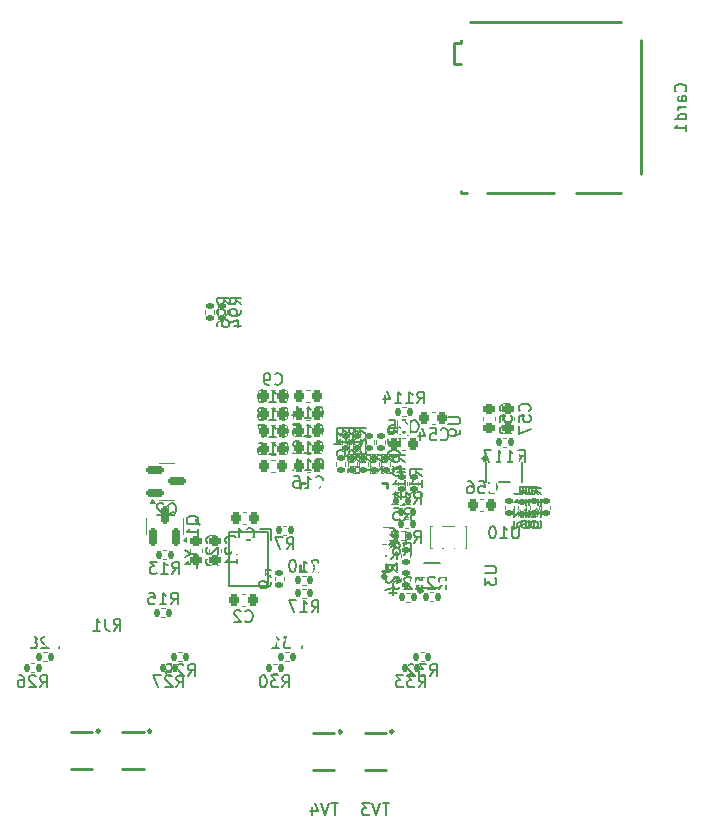
<source format=gbr>
%TF.GenerationSoftware,KiCad,Pcbnew,9.0.0*%
%TF.CreationDate,2025-08-10T01:38:07-07:00*%
%TF.ProjectId,imx8x_carrier_v2,696d7838-785f-4636-9172-726965725f76,A*%
%TF.SameCoordinates,Original*%
%TF.FileFunction,Legend,Bot*%
%TF.FilePolarity,Positive*%
%FSLAX46Y46*%
G04 Gerber Fmt 4.6, Leading zero omitted, Abs format (unit mm)*
G04 Created by KiCad (PCBNEW 9.0.0) date 2025-08-10 01:38:07*
%MOMM*%
%LPD*%
G01*
G04 APERTURE LIST*
G04 Aperture macros list*
%AMRoundRect*
0 Rectangle with rounded corners*
0 $1 Rounding radius*
0 $2 $3 $4 $5 $6 $7 $8 $9 X,Y pos of 4 corners*
0 Add a 4 corners polygon primitive as box body*
4,1,4,$2,$3,$4,$5,$6,$7,$8,$9,$2,$3,0*
0 Add four circle primitives for the rounded corners*
1,1,$1+$1,$2,$3*
1,1,$1+$1,$4,$5*
1,1,$1+$1,$6,$7*
1,1,$1+$1,$8,$9*
0 Add four rect primitives between the rounded corners*
20,1,$1+$1,$2,$3,$4,$5,0*
20,1,$1+$1,$4,$5,$6,$7,0*
20,1,$1+$1,$6,$7,$8,$9,0*
20,1,$1+$1,$8,$9,$2,$3,0*%
%AMRotRect*
0 Rectangle, with rotation*
0 The origin of the aperture is its center*
0 $1 length*
0 $2 width*
0 $3 Rotation angle, in degrees counterclockwise*
0 Add horizontal line*
21,1,$1,$2,0,0,$3*%
%AMFreePoly0*
4,1,15,0.030697,0.149468,0.210697,0.009468,0.229614,-0.023798,0.230000,-0.030000,0.230000,-0.110000,0.215355,-0.145355,0.180000,-0.160000,-0.180000,-0.160000,-0.215355,-0.145355,-0.230000,-0.110000,-0.230000,0.110000,-0.215355,0.145355,-0.180000,0.160000,0.000000,0.160000,0.030697,0.149468,0.030697,0.149468,$1*%
%AMFreePoly1*
4,1,15,0.215355,0.155355,0.230000,0.120000,0.230000,0.040000,0.215355,0.004645,0.210697,0.000532,0.030697,-0.139468,0.000000,-0.150000,-0.180000,-0.150000,-0.215355,-0.135355,-0.230000,-0.100000,-0.230000,0.120000,-0.215355,0.155355,-0.180000,0.170000,0.180000,0.170000,0.215355,0.155355,0.215355,0.155355,$1*%
%AMFreePoly2*
4,1,15,0.215355,0.155355,0.230000,0.120000,0.230000,-0.100000,0.215355,-0.135355,0.180000,-0.150000,0.000000,-0.150000,-0.030697,-0.139468,-0.210697,0.000532,-0.229614,0.033798,-0.230000,0.040000,-0.230000,0.120000,-0.215355,0.155355,-0.180000,0.170000,0.180000,0.170000,0.215355,0.155355,0.215355,0.155355,$1*%
%AMFreePoly3*
4,1,15,0.215355,0.145355,0.230000,0.110000,0.230000,-0.110000,0.215355,-0.145355,0.180000,-0.160000,-0.180000,-0.160000,-0.215355,-0.145355,-0.230000,-0.110000,-0.230000,-0.030000,-0.215355,0.005355,-0.210697,0.009468,-0.030697,0.149468,0.000000,0.160000,0.180000,0.160000,0.215355,0.145355,0.215355,0.145355,$1*%
G04 Aperture macros list end*
%ADD10C,0.150000*%
%ADD11C,0.120000*%
%ADD12C,0.250000*%
%ADD13C,0.100000*%
%ADD14C,0.300000*%
%ADD15R,1.700000X1.700000*%
%ADD16O,1.700000X1.700000*%
%ADD17C,3.250000*%
%ADD18C,1.520000*%
%ADD19C,2.500000*%
%ADD20R,1.400000X1.400000*%
%ADD21C,1.400000*%
%ADD22R,1.000000X1.000000*%
%ADD23C,4.700000*%
%ADD24C,1.016000*%
%ADD25R,1.150000X1.400000*%
%ADD26RoundRect,0.225000X0.225000X0.250000X-0.225000X0.250000X-0.225000X-0.250000X0.225000X-0.250000X0*%
%ADD27RoundRect,0.135000X-0.135000X-0.185000X0.135000X-0.185000X0.135000X0.185000X-0.135000X0.185000X0*%
%ADD28R,1.100000X0.600000*%
%ADD29RoundRect,0.225000X-0.225000X-0.250000X0.225000X-0.250000X0.225000X0.250000X-0.225000X0.250000X0*%
%ADD30RoundRect,0.135000X0.185000X-0.135000X0.185000X0.135000X-0.185000X0.135000X-0.185000X-0.135000X0*%
%ADD31RoundRect,0.150000X0.150000X-0.587500X0.150000X0.587500X-0.150000X0.587500X-0.150000X-0.587500X0*%
%ADD32RoundRect,0.135000X-0.185000X0.135000X-0.185000X-0.135000X0.185000X-0.135000X0.185000X0.135000X0*%
%ADD33FreePoly0,90.000000*%
%ADD34FreePoly1,90.000000*%
%ADD35FreePoly2,90.000000*%
%ADD36FreePoly3,90.000000*%
%ADD37RotRect,0.480000X0.480000X45.000000*%
%ADD38RoundRect,0.225000X0.250000X-0.225000X0.250000X0.225000X-0.250000X0.225000X-0.250000X-0.225000X0*%
%ADD39R,0.780000X0.380000*%
%ADD40R,1.680000X0.800000*%
%ADD41R,1.400000X1.290000*%
%ADD42R,1.300000X1.290000*%
%ADD43R,1.500000X1.600000*%
%ADD44R,1.500000X1.700000*%
%ADD45R,1.700000X1.500000*%
%ADD46RoundRect,0.135000X0.135000X0.185000X-0.135000X0.185000X-0.135000X-0.185000X0.135000X-0.185000X0*%
%ADD47O,0.280000X0.850000*%
%ADD48O,0.850000X0.280000*%
%ADD49R,4.100000X4.100000*%
%ADD50R,0.600000X1.100000*%
%ADD51R,0.490000X1.160000*%
%ADD52R,0.490000X1.180000*%
%ADD53RoundRect,0.150000X-0.587500X-0.150000X0.587500X-0.150000X0.587500X0.150000X-0.587500X0.150000X0*%
G04 APERTURE END LIST*
D10*
X121687619Y-110230020D02*
X122020952Y-109753829D01*
X122259047Y-110230020D02*
X122259047Y-109230020D01*
X122259047Y-109230020D02*
X121878095Y-109230020D01*
X121878095Y-109230020D02*
X121782857Y-109277639D01*
X121782857Y-109277639D02*
X121735238Y-109325258D01*
X121735238Y-109325258D02*
X121687619Y-109420496D01*
X121687619Y-109420496D02*
X121687619Y-109563353D01*
X121687619Y-109563353D02*
X121735238Y-109658591D01*
X121735238Y-109658591D02*
X121782857Y-109706210D01*
X121782857Y-109706210D02*
X121878095Y-109753829D01*
X121878095Y-109753829D02*
X122259047Y-109753829D01*
X120973333Y-109230020D02*
X120973333Y-109944305D01*
X120973333Y-109944305D02*
X121020952Y-110087162D01*
X121020952Y-110087162D02*
X121116190Y-110182401D01*
X121116190Y-110182401D02*
X121259047Y-110230020D01*
X121259047Y-110230020D02*
X121354285Y-110230020D01*
X119973333Y-110230020D02*
X120544761Y-110230020D01*
X120259047Y-110230020D02*
X120259047Y-109230020D01*
X120259047Y-109230020D02*
X120354285Y-109372877D01*
X120354285Y-109372877D02*
X120449523Y-109468115D01*
X120449523Y-109468115D02*
X120544761Y-109515734D01*
X128268630Y-103711144D02*
X128744821Y-103711144D01*
X127744821Y-103377811D02*
X128268630Y-103711144D01*
X128268630Y-103711144D02*
X127744821Y-104044477D01*
X128744821Y-104901620D02*
X128744821Y-104330192D01*
X128744821Y-104615906D02*
X127744821Y-104615906D01*
X127744821Y-104615906D02*
X127887678Y-104520668D01*
X127887678Y-104520668D02*
X127982916Y-104425430D01*
X127982916Y-104425430D02*
X128030535Y-104330192D01*
X135817860Y-92266914D02*
X135865479Y-92314534D01*
X135865479Y-92314534D02*
X136008336Y-92362153D01*
X136008336Y-92362153D02*
X136103574Y-92362153D01*
X136103574Y-92362153D02*
X136246431Y-92314534D01*
X136246431Y-92314534D02*
X136341669Y-92219295D01*
X136341669Y-92219295D02*
X136389288Y-92124057D01*
X136389288Y-92124057D02*
X136436907Y-91933581D01*
X136436907Y-91933581D02*
X136436907Y-91790724D01*
X136436907Y-91790724D02*
X136389288Y-91600248D01*
X136389288Y-91600248D02*
X136341669Y-91505010D01*
X136341669Y-91505010D02*
X136246431Y-91409772D01*
X136246431Y-91409772D02*
X136103574Y-91362153D01*
X136103574Y-91362153D02*
X136008336Y-91362153D01*
X136008336Y-91362153D02*
X135865479Y-91409772D01*
X135865479Y-91409772D02*
X135817860Y-91457391D01*
X134865479Y-92362153D02*
X135436907Y-92362153D01*
X135151193Y-92362153D02*
X135151193Y-91362153D01*
X135151193Y-91362153D02*
X135246431Y-91505010D01*
X135246431Y-91505010D02*
X135341669Y-91600248D01*
X135341669Y-91600248D02*
X135436907Y-91647867D01*
X134294050Y-91790724D02*
X134389288Y-91743105D01*
X134389288Y-91743105D02*
X134436907Y-91695486D01*
X134436907Y-91695486D02*
X134484526Y-91600248D01*
X134484526Y-91600248D02*
X134484526Y-91552629D01*
X134484526Y-91552629D02*
X134436907Y-91457391D01*
X134436907Y-91457391D02*
X134389288Y-91409772D01*
X134389288Y-91409772D02*
X134294050Y-91362153D01*
X134294050Y-91362153D02*
X134103574Y-91362153D01*
X134103574Y-91362153D02*
X134008336Y-91409772D01*
X134008336Y-91409772D02*
X133960717Y-91457391D01*
X133960717Y-91457391D02*
X133913098Y-91552629D01*
X133913098Y-91552629D02*
X133913098Y-91600248D01*
X133913098Y-91600248D02*
X133960717Y-91695486D01*
X133960717Y-91695486D02*
X134008336Y-91743105D01*
X134008336Y-91743105D02*
X134103574Y-91790724D01*
X134103574Y-91790724D02*
X134294050Y-91790724D01*
X134294050Y-91790724D02*
X134389288Y-91838343D01*
X134389288Y-91838343D02*
X134436907Y-91885962D01*
X134436907Y-91885962D02*
X134484526Y-91981200D01*
X134484526Y-91981200D02*
X134484526Y-92171676D01*
X134484526Y-92171676D02*
X134436907Y-92266914D01*
X134436907Y-92266914D02*
X134389288Y-92314534D01*
X134389288Y-92314534D02*
X134294050Y-92362153D01*
X134294050Y-92362153D02*
X134103574Y-92362153D01*
X134103574Y-92362153D02*
X134008336Y-92314534D01*
X134008336Y-92314534D02*
X133960717Y-92266914D01*
X133960717Y-92266914D02*
X133913098Y-92171676D01*
X133913098Y-92171676D02*
X133913098Y-91981200D01*
X133913098Y-91981200D02*
X133960717Y-91885962D01*
X133960717Y-91885962D02*
X134008336Y-91838343D01*
X134008336Y-91838343D02*
X134103574Y-91790724D01*
X153489459Y-98515118D02*
X153537078Y-98562738D01*
X153537078Y-98562738D02*
X153679935Y-98610357D01*
X153679935Y-98610357D02*
X153775173Y-98610357D01*
X153775173Y-98610357D02*
X153918030Y-98562738D01*
X153918030Y-98562738D02*
X154013268Y-98467499D01*
X154013268Y-98467499D02*
X154060887Y-98372261D01*
X154060887Y-98372261D02*
X154108506Y-98181785D01*
X154108506Y-98181785D02*
X154108506Y-98038928D01*
X154108506Y-98038928D02*
X154060887Y-97848452D01*
X154060887Y-97848452D02*
X154013268Y-97753214D01*
X154013268Y-97753214D02*
X153918030Y-97657976D01*
X153918030Y-97657976D02*
X153775173Y-97610357D01*
X153775173Y-97610357D02*
X153679935Y-97610357D01*
X153679935Y-97610357D02*
X153537078Y-97657976D01*
X153537078Y-97657976D02*
X153489459Y-97705595D01*
X152584697Y-97610357D02*
X153060887Y-97610357D01*
X153060887Y-97610357D02*
X153108506Y-98086547D01*
X153108506Y-98086547D02*
X153060887Y-98038928D01*
X153060887Y-98038928D02*
X152965649Y-97991309D01*
X152965649Y-97991309D02*
X152727554Y-97991309D01*
X152727554Y-97991309D02*
X152632316Y-98038928D01*
X152632316Y-98038928D02*
X152584697Y-98086547D01*
X152584697Y-98086547D02*
X152537078Y-98181785D01*
X152537078Y-98181785D02*
X152537078Y-98419880D01*
X152537078Y-98419880D02*
X152584697Y-98515118D01*
X152584697Y-98515118D02*
X152632316Y-98562738D01*
X152632316Y-98562738D02*
X152727554Y-98610357D01*
X152727554Y-98610357D02*
X152965649Y-98610357D01*
X152965649Y-98610357D02*
X153060887Y-98562738D01*
X153060887Y-98562738D02*
X153108506Y-98515118D01*
X151679935Y-97610357D02*
X151870411Y-97610357D01*
X151870411Y-97610357D02*
X151965649Y-97657976D01*
X151965649Y-97657976D02*
X152013268Y-97705595D01*
X152013268Y-97705595D02*
X152108506Y-97848452D01*
X152108506Y-97848452D02*
X152156125Y-98038928D01*
X152156125Y-98038928D02*
X152156125Y-98419880D01*
X152156125Y-98419880D02*
X152108506Y-98515118D01*
X152108506Y-98515118D02*
X152060887Y-98562738D01*
X152060887Y-98562738D02*
X151965649Y-98610357D01*
X151965649Y-98610357D02*
X151775173Y-98610357D01*
X151775173Y-98610357D02*
X151679935Y-98562738D01*
X151679935Y-98562738D02*
X151632316Y-98515118D01*
X151632316Y-98515118D02*
X151584697Y-98419880D01*
X151584697Y-98419880D02*
X151584697Y-98181785D01*
X151584697Y-98181785D02*
X151632316Y-98086547D01*
X151632316Y-98086547D02*
X151679935Y-98038928D01*
X151679935Y-98038928D02*
X151775173Y-97991309D01*
X151775173Y-97991309D02*
X151965649Y-97991309D01*
X151965649Y-97991309D02*
X152060887Y-98038928D01*
X152060887Y-98038928D02*
X152108506Y-98086547D01*
X152108506Y-98086547D02*
X152156125Y-98181785D01*
X127962857Y-114074819D02*
X128296190Y-113598628D01*
X128534285Y-114074819D02*
X128534285Y-113074819D01*
X128534285Y-113074819D02*
X128153333Y-113074819D01*
X128153333Y-113074819D02*
X128058095Y-113122438D01*
X128058095Y-113122438D02*
X128010476Y-113170057D01*
X128010476Y-113170057D02*
X127962857Y-113265295D01*
X127962857Y-113265295D02*
X127962857Y-113408152D01*
X127962857Y-113408152D02*
X128010476Y-113503390D01*
X128010476Y-113503390D02*
X128058095Y-113551009D01*
X128058095Y-113551009D02*
X128153333Y-113598628D01*
X128153333Y-113598628D02*
X128534285Y-113598628D01*
X127581904Y-113170057D02*
X127534285Y-113122438D01*
X127534285Y-113122438D02*
X127439047Y-113074819D01*
X127439047Y-113074819D02*
X127200952Y-113074819D01*
X127200952Y-113074819D02*
X127105714Y-113122438D01*
X127105714Y-113122438D02*
X127058095Y-113170057D01*
X127058095Y-113170057D02*
X127010476Y-113265295D01*
X127010476Y-113265295D02*
X127010476Y-113360533D01*
X127010476Y-113360533D02*
X127058095Y-113503390D01*
X127058095Y-113503390D02*
X127629523Y-114074819D01*
X127629523Y-114074819D02*
X127010476Y-114074819D01*
X126534285Y-114074819D02*
X126343809Y-114074819D01*
X126343809Y-114074819D02*
X126248571Y-114027200D01*
X126248571Y-114027200D02*
X126200952Y-113979580D01*
X126200952Y-113979580D02*
X126105714Y-113836723D01*
X126105714Y-113836723D02*
X126058095Y-113646247D01*
X126058095Y-113646247D02*
X126058095Y-113265295D01*
X126058095Y-113265295D02*
X126105714Y-113170057D01*
X126105714Y-113170057D02*
X126153333Y-113122438D01*
X126153333Y-113122438D02*
X126248571Y-113074819D01*
X126248571Y-113074819D02*
X126439047Y-113074819D01*
X126439047Y-113074819D02*
X126534285Y-113122438D01*
X126534285Y-113122438D02*
X126581904Y-113170057D01*
X126581904Y-113170057D02*
X126629523Y-113265295D01*
X126629523Y-113265295D02*
X126629523Y-113503390D01*
X126629523Y-113503390D02*
X126581904Y-113598628D01*
X126581904Y-113598628D02*
X126534285Y-113646247D01*
X126534285Y-113646247D02*
X126439047Y-113693866D01*
X126439047Y-113693866D02*
X126248571Y-113693866D01*
X126248571Y-113693866D02*
X126153333Y-113646247D01*
X126153333Y-113646247D02*
X126105714Y-113598628D01*
X126105714Y-113598628D02*
X126058095Y-113503390D01*
X140670474Y-124864819D02*
X140099046Y-124864819D01*
X140384760Y-125864819D02*
X140384760Y-124864819D01*
X139908569Y-124864819D02*
X139575236Y-125864819D01*
X139575236Y-125864819D02*
X139241903Y-124864819D01*
X138479998Y-125198152D02*
X138479998Y-125864819D01*
X138718093Y-124817200D02*
X138956188Y-125531485D01*
X138956188Y-125531485D02*
X138337141Y-125531485D01*
X132957866Y-102475180D02*
X133005485Y-102522800D01*
X133005485Y-102522800D02*
X133148342Y-102570419D01*
X133148342Y-102570419D02*
X133243580Y-102570419D01*
X133243580Y-102570419D02*
X133386437Y-102522800D01*
X133386437Y-102522800D02*
X133481675Y-102427561D01*
X133481675Y-102427561D02*
X133529294Y-102332323D01*
X133529294Y-102332323D02*
X133576913Y-102141847D01*
X133576913Y-102141847D02*
X133576913Y-101998990D01*
X133576913Y-101998990D02*
X133529294Y-101808514D01*
X133529294Y-101808514D02*
X133481675Y-101713276D01*
X133481675Y-101713276D02*
X133386437Y-101618038D01*
X133386437Y-101618038D02*
X133243580Y-101570419D01*
X133243580Y-101570419D02*
X133148342Y-101570419D01*
X133148342Y-101570419D02*
X133005485Y-101618038D01*
X133005485Y-101618038D02*
X132957866Y-101665657D01*
X132005485Y-102570419D02*
X132576913Y-102570419D01*
X132291199Y-102570419D02*
X132291199Y-101570419D01*
X132291199Y-101570419D02*
X132386437Y-101713276D01*
X132386437Y-101713276D02*
X132481675Y-101808514D01*
X132481675Y-101808514D02*
X132576913Y-101856133D01*
X132506219Y-82619142D02*
X132030028Y-82285809D01*
X132506219Y-82047714D02*
X131506219Y-82047714D01*
X131506219Y-82047714D02*
X131506219Y-82428666D01*
X131506219Y-82428666D02*
X131553838Y-82523904D01*
X131553838Y-82523904D02*
X131601457Y-82571523D01*
X131601457Y-82571523D02*
X131696695Y-82619142D01*
X131696695Y-82619142D02*
X131839552Y-82619142D01*
X131839552Y-82619142D02*
X131934790Y-82571523D01*
X131934790Y-82571523D02*
X131982409Y-82523904D01*
X131982409Y-82523904D02*
X132030028Y-82428666D01*
X132030028Y-82428666D02*
X132030028Y-82047714D01*
X132506219Y-83095333D02*
X132506219Y-83285809D01*
X132506219Y-83285809D02*
X132458600Y-83381047D01*
X132458600Y-83381047D02*
X132410980Y-83428666D01*
X132410980Y-83428666D02*
X132268123Y-83523904D01*
X132268123Y-83523904D02*
X132077647Y-83571523D01*
X132077647Y-83571523D02*
X131696695Y-83571523D01*
X131696695Y-83571523D02*
X131601457Y-83523904D01*
X131601457Y-83523904D02*
X131553838Y-83476285D01*
X131553838Y-83476285D02*
X131506219Y-83381047D01*
X131506219Y-83381047D02*
X131506219Y-83190571D01*
X131506219Y-83190571D02*
X131553838Y-83095333D01*
X131553838Y-83095333D02*
X131601457Y-83047714D01*
X131601457Y-83047714D02*
X131696695Y-83000095D01*
X131696695Y-83000095D02*
X131934790Y-83000095D01*
X131934790Y-83000095D02*
X132030028Y-83047714D01*
X132030028Y-83047714D02*
X132077647Y-83095333D01*
X132077647Y-83095333D02*
X132125266Y-83190571D01*
X132125266Y-83190571D02*
X132125266Y-83381047D01*
X132125266Y-83381047D02*
X132077647Y-83476285D01*
X132077647Y-83476285D02*
X132030028Y-83523904D01*
X132030028Y-83523904D02*
X131934790Y-83571523D01*
X131839552Y-84428666D02*
X132506219Y-84428666D01*
X131458600Y-84190571D02*
X132172885Y-83952476D01*
X132172885Y-83952476D02*
X132172885Y-84571523D01*
X136326669Y-103352154D02*
X136660002Y-102875963D01*
X136898097Y-103352154D02*
X136898097Y-102352154D01*
X136898097Y-102352154D02*
X136517145Y-102352154D01*
X136517145Y-102352154D02*
X136421907Y-102399773D01*
X136421907Y-102399773D02*
X136374288Y-102447392D01*
X136374288Y-102447392D02*
X136326669Y-102542630D01*
X136326669Y-102542630D02*
X136326669Y-102685487D01*
X136326669Y-102685487D02*
X136374288Y-102780725D01*
X136374288Y-102780725D02*
X136421907Y-102828344D01*
X136421907Y-102828344D02*
X136517145Y-102875963D01*
X136517145Y-102875963D02*
X136898097Y-102875963D01*
X135993335Y-102352154D02*
X135326669Y-102352154D01*
X135326669Y-102352154D02*
X135755240Y-103352154D01*
X128959457Y-101276161D02*
X128911838Y-101180923D01*
X128911838Y-101180923D02*
X128816600Y-101085685D01*
X128816600Y-101085685D02*
X128673742Y-100942828D01*
X128673742Y-100942828D02*
X128626123Y-100847590D01*
X128626123Y-100847590D02*
X128626123Y-100752352D01*
X128864219Y-100799971D02*
X128816600Y-100704733D01*
X128816600Y-100704733D02*
X128721361Y-100609495D01*
X128721361Y-100609495D02*
X128530885Y-100561876D01*
X128530885Y-100561876D02*
X128197552Y-100561876D01*
X128197552Y-100561876D02*
X128007076Y-100609495D01*
X128007076Y-100609495D02*
X127911838Y-100704733D01*
X127911838Y-100704733D02*
X127864219Y-100799971D01*
X127864219Y-100799971D02*
X127864219Y-100990447D01*
X127864219Y-100990447D02*
X127911838Y-101085685D01*
X127911838Y-101085685D02*
X128007076Y-101180923D01*
X128007076Y-101180923D02*
X128197552Y-101228542D01*
X128197552Y-101228542D02*
X128530885Y-101228542D01*
X128530885Y-101228542D02*
X128721361Y-101180923D01*
X128721361Y-101180923D02*
X128816600Y-101085685D01*
X128816600Y-101085685D02*
X128864219Y-100990447D01*
X128864219Y-100990447D02*
X128864219Y-100799971D01*
X128864219Y-102180923D02*
X128864219Y-101609495D01*
X128864219Y-101895209D02*
X127864219Y-101895209D01*
X127864219Y-101895209D02*
X128007076Y-101799971D01*
X128007076Y-101799971D02*
X128102314Y-101704733D01*
X128102314Y-101704733D02*
X128149933Y-101609495D01*
X144454822Y-95960668D02*
X143978631Y-95627335D01*
X144454822Y-95389240D02*
X143454822Y-95389240D01*
X143454822Y-95389240D02*
X143454822Y-95770192D01*
X143454822Y-95770192D02*
X143502441Y-95865430D01*
X143502441Y-95865430D02*
X143550060Y-95913049D01*
X143550060Y-95913049D02*
X143645298Y-95960668D01*
X143645298Y-95960668D02*
X143788155Y-95960668D01*
X143788155Y-95960668D02*
X143883393Y-95913049D01*
X143883393Y-95913049D02*
X143931012Y-95865430D01*
X143931012Y-95865430D02*
X143978631Y-95770192D01*
X143978631Y-95770192D02*
X143978631Y-95389240D01*
X143550060Y-96341621D02*
X143502441Y-96389240D01*
X143502441Y-96389240D02*
X143454822Y-96484478D01*
X143454822Y-96484478D02*
X143454822Y-96722573D01*
X143454822Y-96722573D02*
X143502441Y-96817811D01*
X143502441Y-96817811D02*
X143550060Y-96865430D01*
X143550060Y-96865430D02*
X143645298Y-96913049D01*
X143645298Y-96913049D02*
X143740536Y-96913049D01*
X143740536Y-96913049D02*
X143883393Y-96865430D01*
X143883393Y-96865430D02*
X144454822Y-96294002D01*
X144454822Y-96294002D02*
X144454822Y-96913049D01*
X145914822Y-93614477D02*
X145438631Y-93281144D01*
X145914822Y-93043049D02*
X144914822Y-93043049D01*
X144914822Y-93043049D02*
X144914822Y-93424001D01*
X144914822Y-93424001D02*
X144962441Y-93519239D01*
X144962441Y-93519239D02*
X145010060Y-93566858D01*
X145010060Y-93566858D02*
X145105298Y-93614477D01*
X145105298Y-93614477D02*
X145248155Y-93614477D01*
X145248155Y-93614477D02*
X145343393Y-93566858D01*
X145343393Y-93566858D02*
X145391012Y-93519239D01*
X145391012Y-93519239D02*
X145438631Y-93424001D01*
X145438631Y-93424001D02*
X145438631Y-93043049D01*
X145010060Y-93995430D02*
X144962441Y-94043049D01*
X144962441Y-94043049D02*
X144914822Y-94138287D01*
X144914822Y-94138287D02*
X144914822Y-94376382D01*
X144914822Y-94376382D02*
X144962441Y-94471620D01*
X144962441Y-94471620D02*
X145010060Y-94519239D01*
X145010060Y-94519239D02*
X145105298Y-94566858D01*
X145105298Y-94566858D02*
X145200536Y-94566858D01*
X145200536Y-94566858D02*
X145343393Y-94519239D01*
X145343393Y-94519239D02*
X145914822Y-93947811D01*
X145914822Y-93947811D02*
X145914822Y-94566858D01*
X144914822Y-95185906D02*
X144914822Y-95281144D01*
X144914822Y-95281144D02*
X144962441Y-95376382D01*
X144962441Y-95376382D02*
X145010060Y-95424001D01*
X145010060Y-95424001D02*
X145105298Y-95471620D01*
X145105298Y-95471620D02*
X145295774Y-95519239D01*
X145295774Y-95519239D02*
X145533869Y-95519239D01*
X145533869Y-95519239D02*
X145724345Y-95471620D01*
X145724345Y-95471620D02*
X145819583Y-95424001D01*
X145819583Y-95424001D02*
X145867203Y-95376382D01*
X145867203Y-95376382D02*
X145914822Y-95281144D01*
X145914822Y-95281144D02*
X145914822Y-95185906D01*
X145914822Y-95185906D02*
X145867203Y-95090668D01*
X145867203Y-95090668D02*
X145819583Y-95043049D01*
X145819583Y-95043049D02*
X145724345Y-94995430D01*
X145724345Y-94995430D02*
X145533869Y-94947811D01*
X145533869Y-94947811D02*
X145295774Y-94947811D01*
X145295774Y-94947811D02*
X145105298Y-94995430D01*
X145105298Y-94995430D02*
X145010060Y-95043049D01*
X145010060Y-95043049D02*
X144962441Y-95090668D01*
X144962441Y-95090668D02*
X144914822Y-95185906D01*
X135336669Y-89340318D02*
X135384288Y-89387938D01*
X135384288Y-89387938D02*
X135527145Y-89435557D01*
X135527145Y-89435557D02*
X135622383Y-89435557D01*
X135622383Y-89435557D02*
X135765240Y-89387938D01*
X135765240Y-89387938D02*
X135860478Y-89292699D01*
X135860478Y-89292699D02*
X135908097Y-89197461D01*
X135908097Y-89197461D02*
X135955716Y-89006985D01*
X135955716Y-89006985D02*
X135955716Y-88864128D01*
X135955716Y-88864128D02*
X135908097Y-88673652D01*
X135908097Y-88673652D02*
X135860478Y-88578414D01*
X135860478Y-88578414D02*
X135765240Y-88483176D01*
X135765240Y-88483176D02*
X135622383Y-88435557D01*
X135622383Y-88435557D02*
X135527145Y-88435557D01*
X135527145Y-88435557D02*
X135384288Y-88483176D01*
X135384288Y-88483176D02*
X135336669Y-88530795D01*
X134860478Y-89435557D02*
X134670002Y-89435557D01*
X134670002Y-89435557D02*
X134574764Y-89387938D01*
X134574764Y-89387938D02*
X134527145Y-89340318D01*
X134527145Y-89340318D02*
X134431907Y-89197461D01*
X134431907Y-89197461D02*
X134384288Y-89006985D01*
X134384288Y-89006985D02*
X134384288Y-88626033D01*
X134384288Y-88626033D02*
X134431907Y-88530795D01*
X134431907Y-88530795D02*
X134479526Y-88483176D01*
X134479526Y-88483176D02*
X134574764Y-88435557D01*
X134574764Y-88435557D02*
X134765240Y-88435557D01*
X134765240Y-88435557D02*
X134860478Y-88483176D01*
X134860478Y-88483176D02*
X134908097Y-88530795D01*
X134908097Y-88530795D02*
X134955716Y-88626033D01*
X134955716Y-88626033D02*
X134955716Y-88864128D01*
X134955716Y-88864128D02*
X134908097Y-88959366D01*
X134908097Y-88959366D02*
X134860478Y-89006985D01*
X134860478Y-89006985D02*
X134765240Y-89054604D01*
X134765240Y-89054604D02*
X134574764Y-89054604D01*
X134574764Y-89054604D02*
X134479526Y-89006985D01*
X134479526Y-89006985D02*
X134431907Y-88959366D01*
X134431907Y-88959366D02*
X134384288Y-88864128D01*
X135822860Y-90800316D02*
X135870479Y-90847936D01*
X135870479Y-90847936D02*
X136013336Y-90895555D01*
X136013336Y-90895555D02*
X136108574Y-90895555D01*
X136108574Y-90895555D02*
X136251431Y-90847936D01*
X136251431Y-90847936D02*
X136346669Y-90752697D01*
X136346669Y-90752697D02*
X136394288Y-90657459D01*
X136394288Y-90657459D02*
X136441907Y-90466983D01*
X136441907Y-90466983D02*
X136441907Y-90324126D01*
X136441907Y-90324126D02*
X136394288Y-90133650D01*
X136394288Y-90133650D02*
X136346669Y-90038412D01*
X136346669Y-90038412D02*
X136251431Y-89943174D01*
X136251431Y-89943174D02*
X136108574Y-89895555D01*
X136108574Y-89895555D02*
X136013336Y-89895555D01*
X136013336Y-89895555D02*
X135870479Y-89943174D01*
X135870479Y-89943174D02*
X135822860Y-89990793D01*
X134870479Y-90895555D02*
X135441907Y-90895555D01*
X135156193Y-90895555D02*
X135156193Y-89895555D01*
X135156193Y-89895555D02*
X135251431Y-90038412D01*
X135251431Y-90038412D02*
X135346669Y-90133650D01*
X135346669Y-90133650D02*
X135441907Y-90181269D01*
X134251431Y-89895555D02*
X134156193Y-89895555D01*
X134156193Y-89895555D02*
X134060955Y-89943174D01*
X134060955Y-89943174D02*
X134013336Y-89990793D01*
X134013336Y-89990793D02*
X133965717Y-90086031D01*
X133965717Y-90086031D02*
X133918098Y-90276507D01*
X133918098Y-90276507D02*
X133918098Y-90514602D01*
X133918098Y-90514602D02*
X133965717Y-90705078D01*
X133965717Y-90705078D02*
X134013336Y-90800316D01*
X134013336Y-90800316D02*
X134060955Y-90847936D01*
X134060955Y-90847936D02*
X134156193Y-90895555D01*
X134156193Y-90895555D02*
X134251431Y-90895555D01*
X134251431Y-90895555D02*
X134346669Y-90847936D01*
X134346669Y-90847936D02*
X134394288Y-90800316D01*
X134394288Y-90800316D02*
X134441907Y-90705078D01*
X134441907Y-90705078D02*
X134489526Y-90514602D01*
X134489526Y-90514602D02*
X134489526Y-90276507D01*
X134489526Y-90276507D02*
X134441907Y-90086031D01*
X134441907Y-90086031D02*
X134394288Y-89990793D01*
X134394288Y-89990793D02*
X134346669Y-89943174D01*
X134346669Y-89943174D02*
X134251431Y-89895555D01*
X149392860Y-94026915D02*
X149440479Y-94074535D01*
X149440479Y-94074535D02*
X149583336Y-94122154D01*
X149583336Y-94122154D02*
X149678574Y-94122154D01*
X149678574Y-94122154D02*
X149821431Y-94074535D01*
X149821431Y-94074535D02*
X149916669Y-93979296D01*
X149916669Y-93979296D02*
X149964288Y-93884058D01*
X149964288Y-93884058D02*
X150011907Y-93693582D01*
X150011907Y-93693582D02*
X150011907Y-93550725D01*
X150011907Y-93550725D02*
X149964288Y-93360249D01*
X149964288Y-93360249D02*
X149916669Y-93265011D01*
X149916669Y-93265011D02*
X149821431Y-93169773D01*
X149821431Y-93169773D02*
X149678574Y-93122154D01*
X149678574Y-93122154D02*
X149583336Y-93122154D01*
X149583336Y-93122154D02*
X149440479Y-93169773D01*
X149440479Y-93169773D02*
X149392860Y-93217392D01*
X148488098Y-93122154D02*
X148964288Y-93122154D01*
X148964288Y-93122154D02*
X149011907Y-93598344D01*
X149011907Y-93598344D02*
X148964288Y-93550725D01*
X148964288Y-93550725D02*
X148869050Y-93503106D01*
X148869050Y-93503106D02*
X148630955Y-93503106D01*
X148630955Y-93503106D02*
X148535717Y-93550725D01*
X148535717Y-93550725D02*
X148488098Y-93598344D01*
X148488098Y-93598344D02*
X148440479Y-93693582D01*
X148440479Y-93693582D02*
X148440479Y-93931677D01*
X148440479Y-93931677D02*
X148488098Y-94026915D01*
X148488098Y-94026915D02*
X148535717Y-94074535D01*
X148535717Y-94074535D02*
X148630955Y-94122154D01*
X148630955Y-94122154D02*
X148869050Y-94122154D01*
X148869050Y-94122154D02*
X148964288Y-94074535D01*
X148964288Y-94074535D02*
X149011907Y-94026915D01*
X147583336Y-93455487D02*
X147583336Y-94122154D01*
X147821431Y-93074535D02*
X148059526Y-93788820D01*
X148059526Y-93788820D02*
X147440479Y-93788820D01*
X157574822Y-98688288D02*
X157098631Y-98354955D01*
X157574822Y-98116860D02*
X156574822Y-98116860D01*
X156574822Y-98116860D02*
X156574822Y-98497812D01*
X156574822Y-98497812D02*
X156622441Y-98593050D01*
X156622441Y-98593050D02*
X156670060Y-98640669D01*
X156670060Y-98640669D02*
X156765298Y-98688288D01*
X156765298Y-98688288D02*
X156908155Y-98688288D01*
X156908155Y-98688288D02*
X157003393Y-98640669D01*
X157003393Y-98640669D02*
X157051012Y-98593050D01*
X157051012Y-98593050D02*
X157098631Y-98497812D01*
X157098631Y-98497812D02*
X157098631Y-98116860D01*
X157574822Y-99640669D02*
X157574822Y-99069241D01*
X157574822Y-99354955D02*
X156574822Y-99354955D01*
X156574822Y-99354955D02*
X156717679Y-99259717D01*
X156717679Y-99259717D02*
X156812917Y-99164479D01*
X156812917Y-99164479D02*
X156860536Y-99069241D01*
X156574822Y-99974003D02*
X156574822Y-100593050D01*
X156574822Y-100593050D02*
X156955774Y-100259717D01*
X156955774Y-100259717D02*
X156955774Y-100402574D01*
X156955774Y-100402574D02*
X157003393Y-100497812D01*
X157003393Y-100497812D02*
X157051012Y-100545431D01*
X157051012Y-100545431D02*
X157146250Y-100593050D01*
X157146250Y-100593050D02*
X157384345Y-100593050D01*
X157384345Y-100593050D02*
X157479583Y-100545431D01*
X157479583Y-100545431D02*
X157527203Y-100497812D01*
X157527203Y-100497812D02*
X157574822Y-100402574D01*
X157574822Y-100402574D02*
X157574822Y-100116860D01*
X157574822Y-100116860D02*
X157527203Y-100021622D01*
X157527203Y-100021622D02*
X157479583Y-99974003D01*
X157003393Y-101164479D02*
X156955774Y-101069241D01*
X156955774Y-101069241D02*
X156908155Y-101021622D01*
X156908155Y-101021622D02*
X156812917Y-100974003D01*
X156812917Y-100974003D02*
X156765298Y-100974003D01*
X156765298Y-100974003D02*
X156670060Y-101021622D01*
X156670060Y-101021622D02*
X156622441Y-101069241D01*
X156622441Y-101069241D02*
X156574822Y-101164479D01*
X156574822Y-101164479D02*
X156574822Y-101354955D01*
X156574822Y-101354955D02*
X156622441Y-101450193D01*
X156622441Y-101450193D02*
X156670060Y-101497812D01*
X156670060Y-101497812D02*
X156765298Y-101545431D01*
X156765298Y-101545431D02*
X156812917Y-101545431D01*
X156812917Y-101545431D02*
X156908155Y-101497812D01*
X156908155Y-101497812D02*
X156955774Y-101450193D01*
X156955774Y-101450193D02*
X157003393Y-101354955D01*
X157003393Y-101354955D02*
X157003393Y-101164479D01*
X157003393Y-101164479D02*
X157051012Y-101069241D01*
X157051012Y-101069241D02*
X157098631Y-101021622D01*
X157098631Y-101021622D02*
X157193869Y-100974003D01*
X157193869Y-100974003D02*
X157384345Y-100974003D01*
X157384345Y-100974003D02*
X157479583Y-101021622D01*
X157479583Y-101021622D02*
X157527203Y-101069241D01*
X157527203Y-101069241D02*
X157574822Y-101164479D01*
X157574822Y-101164479D02*
X157574822Y-101354955D01*
X157574822Y-101354955D02*
X157527203Y-101450193D01*
X157527203Y-101450193D02*
X157479583Y-101497812D01*
X157479583Y-101497812D02*
X157384345Y-101545431D01*
X157384345Y-101545431D02*
X157193869Y-101545431D01*
X157193869Y-101545431D02*
X157098631Y-101497812D01*
X157098631Y-101497812D02*
X157051012Y-101450193D01*
X157051012Y-101450193D02*
X157003393Y-101354955D01*
X146306668Y-103832154D02*
X146640001Y-103355963D01*
X146878096Y-103832154D02*
X146878096Y-102832154D01*
X146878096Y-102832154D02*
X146497144Y-102832154D01*
X146497144Y-102832154D02*
X146401906Y-102879773D01*
X146401906Y-102879773D02*
X146354287Y-102927392D01*
X146354287Y-102927392D02*
X146306668Y-103022630D01*
X146306668Y-103022630D02*
X146306668Y-103165487D01*
X146306668Y-103165487D02*
X146354287Y-103260725D01*
X146354287Y-103260725D02*
X146401906Y-103308344D01*
X146401906Y-103308344D02*
X146497144Y-103355963D01*
X146497144Y-103355963D02*
X146878096Y-103355963D01*
X145735239Y-103260725D02*
X145830477Y-103213106D01*
X145830477Y-103213106D02*
X145878096Y-103165487D01*
X145878096Y-103165487D02*
X145925715Y-103070249D01*
X145925715Y-103070249D02*
X145925715Y-103022630D01*
X145925715Y-103022630D02*
X145878096Y-102927392D01*
X145878096Y-102927392D02*
X145830477Y-102879773D01*
X145830477Y-102879773D02*
X145735239Y-102832154D01*
X145735239Y-102832154D02*
X145544763Y-102832154D01*
X145544763Y-102832154D02*
X145449525Y-102879773D01*
X145449525Y-102879773D02*
X145401906Y-102927392D01*
X145401906Y-102927392D02*
X145354287Y-103022630D01*
X145354287Y-103022630D02*
X145354287Y-103070249D01*
X145354287Y-103070249D02*
X145401906Y-103165487D01*
X145401906Y-103165487D02*
X145449525Y-103213106D01*
X145449525Y-103213106D02*
X145544763Y-103260725D01*
X145544763Y-103260725D02*
X145735239Y-103260725D01*
X145735239Y-103260725D02*
X145830477Y-103308344D01*
X145830477Y-103308344D02*
X145878096Y-103355963D01*
X145878096Y-103355963D02*
X145925715Y-103451201D01*
X145925715Y-103451201D02*
X145925715Y-103641677D01*
X145925715Y-103641677D02*
X145878096Y-103736915D01*
X145878096Y-103736915D02*
X145830477Y-103784535D01*
X145830477Y-103784535D02*
X145735239Y-103832154D01*
X145735239Y-103832154D02*
X145544763Y-103832154D01*
X145544763Y-103832154D02*
X145449525Y-103784535D01*
X145449525Y-103784535D02*
X145401906Y-103736915D01*
X145401906Y-103736915D02*
X145354287Y-103641677D01*
X145354287Y-103641677D02*
X145354287Y-103451201D01*
X145354287Y-103451201D02*
X145401906Y-103355963D01*
X145401906Y-103355963D02*
X145449525Y-103308344D01*
X145449525Y-103308344D02*
X145544763Y-103260725D01*
X150024822Y-92175430D02*
X150834345Y-92175430D01*
X150834345Y-92175430D02*
X150929583Y-92223049D01*
X150929583Y-92223049D02*
X150977203Y-92270668D01*
X150977203Y-92270668D02*
X151024822Y-92365906D01*
X151024822Y-92365906D02*
X151024822Y-92556382D01*
X151024822Y-92556382D02*
X150977203Y-92651620D01*
X150977203Y-92651620D02*
X150929583Y-92699239D01*
X150929583Y-92699239D02*
X150834345Y-92746858D01*
X150834345Y-92746858D02*
X150024822Y-92746858D01*
X151024822Y-93270668D02*
X151024822Y-93461144D01*
X151024822Y-93461144D02*
X150977203Y-93556382D01*
X150977203Y-93556382D02*
X150929583Y-93604001D01*
X150929583Y-93604001D02*
X150786726Y-93699239D01*
X150786726Y-93699239D02*
X150596250Y-93746858D01*
X150596250Y-93746858D02*
X150215298Y-93746858D01*
X150215298Y-93746858D02*
X150120060Y-93699239D01*
X150120060Y-93699239D02*
X150072441Y-93651620D01*
X150072441Y-93651620D02*
X150024822Y-93556382D01*
X150024822Y-93556382D02*
X150024822Y-93365906D01*
X150024822Y-93365906D02*
X150072441Y-93270668D01*
X150072441Y-93270668D02*
X150120060Y-93223049D01*
X150120060Y-93223049D02*
X150215298Y-93175430D01*
X150215298Y-93175430D02*
X150453393Y-93175430D01*
X150453393Y-93175430D02*
X150548631Y-93223049D01*
X150548631Y-93223049D02*
X150596250Y-93270668D01*
X150596250Y-93270668D02*
X150643869Y-93365906D01*
X150643869Y-93365906D02*
X150643869Y-93556382D01*
X150643869Y-93556382D02*
X150596250Y-93651620D01*
X150596250Y-93651620D02*
X150548631Y-93699239D01*
X150548631Y-93699239D02*
X150453393Y-93746858D01*
X156574822Y-98688288D02*
X156098631Y-98354955D01*
X156574822Y-98116860D02*
X155574822Y-98116860D01*
X155574822Y-98116860D02*
X155574822Y-98497812D01*
X155574822Y-98497812D02*
X155622441Y-98593050D01*
X155622441Y-98593050D02*
X155670060Y-98640669D01*
X155670060Y-98640669D02*
X155765298Y-98688288D01*
X155765298Y-98688288D02*
X155908155Y-98688288D01*
X155908155Y-98688288D02*
X156003393Y-98640669D01*
X156003393Y-98640669D02*
X156051012Y-98593050D01*
X156051012Y-98593050D02*
X156098631Y-98497812D01*
X156098631Y-98497812D02*
X156098631Y-98116860D01*
X156574822Y-99640669D02*
X156574822Y-99069241D01*
X156574822Y-99354955D02*
X155574822Y-99354955D01*
X155574822Y-99354955D02*
X155717679Y-99259717D01*
X155717679Y-99259717D02*
X155812917Y-99164479D01*
X155812917Y-99164479D02*
X155860536Y-99069241D01*
X155574822Y-99974003D02*
X155574822Y-100593050D01*
X155574822Y-100593050D02*
X155955774Y-100259717D01*
X155955774Y-100259717D02*
X155955774Y-100402574D01*
X155955774Y-100402574D02*
X156003393Y-100497812D01*
X156003393Y-100497812D02*
X156051012Y-100545431D01*
X156051012Y-100545431D02*
X156146250Y-100593050D01*
X156146250Y-100593050D02*
X156384345Y-100593050D01*
X156384345Y-100593050D02*
X156479583Y-100545431D01*
X156479583Y-100545431D02*
X156527203Y-100497812D01*
X156527203Y-100497812D02*
X156574822Y-100402574D01*
X156574822Y-100402574D02*
X156574822Y-100116860D01*
X156574822Y-100116860D02*
X156527203Y-100021622D01*
X156527203Y-100021622D02*
X156479583Y-99974003D01*
X155574822Y-100926384D02*
X155574822Y-101593050D01*
X155574822Y-101593050D02*
X156574822Y-101164479D01*
X155286182Y-91632680D02*
X155333802Y-91585061D01*
X155333802Y-91585061D02*
X155381421Y-91442204D01*
X155381421Y-91442204D02*
X155381421Y-91346966D01*
X155381421Y-91346966D02*
X155333802Y-91204109D01*
X155333802Y-91204109D02*
X155238563Y-91108871D01*
X155238563Y-91108871D02*
X155143325Y-91061252D01*
X155143325Y-91061252D02*
X154952849Y-91013633D01*
X154952849Y-91013633D02*
X154809992Y-91013633D01*
X154809992Y-91013633D02*
X154619516Y-91061252D01*
X154619516Y-91061252D02*
X154524278Y-91108871D01*
X154524278Y-91108871D02*
X154429040Y-91204109D01*
X154429040Y-91204109D02*
X154381421Y-91346966D01*
X154381421Y-91346966D02*
X154381421Y-91442204D01*
X154381421Y-91442204D02*
X154429040Y-91585061D01*
X154429040Y-91585061D02*
X154476659Y-91632680D01*
X154381421Y-92537442D02*
X154381421Y-92061252D01*
X154381421Y-92061252D02*
X154857611Y-92013633D01*
X154857611Y-92013633D02*
X154809992Y-92061252D01*
X154809992Y-92061252D02*
X154762373Y-92156490D01*
X154762373Y-92156490D02*
X154762373Y-92394585D01*
X154762373Y-92394585D02*
X154809992Y-92489823D01*
X154809992Y-92489823D02*
X154857611Y-92537442D01*
X154857611Y-92537442D02*
X154952849Y-92585061D01*
X154952849Y-92585061D02*
X155190944Y-92585061D01*
X155190944Y-92585061D02*
X155286182Y-92537442D01*
X155286182Y-92537442D02*
X155333802Y-92489823D01*
X155333802Y-92489823D02*
X155381421Y-92394585D01*
X155381421Y-92394585D02*
X155381421Y-92156490D01*
X155381421Y-92156490D02*
X155333802Y-92061252D01*
X155333802Y-92061252D02*
X155286182Y-92013633D01*
X154809992Y-93156490D02*
X154762373Y-93061252D01*
X154762373Y-93061252D02*
X154714754Y-93013633D01*
X154714754Y-93013633D02*
X154619516Y-92966014D01*
X154619516Y-92966014D02*
X154571897Y-92966014D01*
X154571897Y-92966014D02*
X154476659Y-93013633D01*
X154476659Y-93013633D02*
X154429040Y-93061252D01*
X154429040Y-93061252D02*
X154381421Y-93156490D01*
X154381421Y-93156490D02*
X154381421Y-93346966D01*
X154381421Y-93346966D02*
X154429040Y-93442204D01*
X154429040Y-93442204D02*
X154476659Y-93489823D01*
X154476659Y-93489823D02*
X154571897Y-93537442D01*
X154571897Y-93537442D02*
X154619516Y-93537442D01*
X154619516Y-93537442D02*
X154714754Y-93489823D01*
X154714754Y-93489823D02*
X154762373Y-93442204D01*
X154762373Y-93442204D02*
X154809992Y-93346966D01*
X154809992Y-93346966D02*
X154809992Y-93156490D01*
X154809992Y-93156490D02*
X154857611Y-93061252D01*
X154857611Y-93061252D02*
X154905230Y-93013633D01*
X154905230Y-93013633D02*
X155000468Y-92966014D01*
X155000468Y-92966014D02*
X155190944Y-92966014D01*
X155190944Y-92966014D02*
X155286182Y-93013633D01*
X155286182Y-93013633D02*
X155333802Y-93061252D01*
X155333802Y-93061252D02*
X155381421Y-93156490D01*
X155381421Y-93156490D02*
X155381421Y-93346966D01*
X155381421Y-93346966D02*
X155333802Y-93442204D01*
X155333802Y-93442204D02*
X155286182Y-93489823D01*
X155286182Y-93489823D02*
X155190944Y-93537442D01*
X155190944Y-93537442D02*
X155000468Y-93537442D01*
X155000468Y-93537442D02*
X154905230Y-93489823D01*
X154905230Y-93489823D02*
X154857611Y-93442204D01*
X154857611Y-93442204D02*
X154809992Y-93346966D01*
X145394822Y-95950668D02*
X144918631Y-95617335D01*
X145394822Y-95379240D02*
X144394822Y-95379240D01*
X144394822Y-95379240D02*
X144394822Y-95760192D01*
X144394822Y-95760192D02*
X144442441Y-95855430D01*
X144442441Y-95855430D02*
X144490060Y-95903049D01*
X144490060Y-95903049D02*
X144585298Y-95950668D01*
X144585298Y-95950668D02*
X144728155Y-95950668D01*
X144728155Y-95950668D02*
X144823393Y-95903049D01*
X144823393Y-95903049D02*
X144871012Y-95855430D01*
X144871012Y-95855430D02*
X144918631Y-95760192D01*
X144918631Y-95760192D02*
X144918631Y-95379240D01*
X144394822Y-96284002D02*
X144394822Y-96903049D01*
X144394822Y-96903049D02*
X144775774Y-96569716D01*
X144775774Y-96569716D02*
X144775774Y-96712573D01*
X144775774Y-96712573D02*
X144823393Y-96807811D01*
X144823393Y-96807811D02*
X144871012Y-96855430D01*
X144871012Y-96855430D02*
X144966250Y-96903049D01*
X144966250Y-96903049D02*
X145204345Y-96903049D01*
X145204345Y-96903049D02*
X145299583Y-96855430D01*
X145299583Y-96855430D02*
X145347203Y-96807811D01*
X145347203Y-96807811D02*
X145394822Y-96712573D01*
X145394822Y-96712573D02*
X145394822Y-96426859D01*
X145394822Y-96426859D02*
X145347203Y-96331621D01*
X145347203Y-96331621D02*
X145299583Y-96284002D01*
X155905649Y-95930357D02*
X156238982Y-95454166D01*
X156477077Y-95930357D02*
X156477077Y-94930357D01*
X156477077Y-94930357D02*
X156096125Y-94930357D01*
X156096125Y-94930357D02*
X156000887Y-94977976D01*
X156000887Y-94977976D02*
X155953268Y-95025595D01*
X155953268Y-95025595D02*
X155905649Y-95120833D01*
X155905649Y-95120833D02*
X155905649Y-95263690D01*
X155905649Y-95263690D02*
X155953268Y-95358928D01*
X155953268Y-95358928D02*
X156000887Y-95406547D01*
X156000887Y-95406547D02*
X156096125Y-95454166D01*
X156096125Y-95454166D02*
X156477077Y-95454166D01*
X154953268Y-95930357D02*
X155524696Y-95930357D01*
X155238982Y-95930357D02*
X155238982Y-94930357D01*
X155238982Y-94930357D02*
X155334220Y-95073214D01*
X155334220Y-95073214D02*
X155429458Y-95168452D01*
X155429458Y-95168452D02*
X155524696Y-95216071D01*
X154000887Y-95930357D02*
X154572315Y-95930357D01*
X154286601Y-95930357D02*
X154286601Y-94930357D01*
X154286601Y-94930357D02*
X154381839Y-95073214D01*
X154381839Y-95073214D02*
X154477077Y-95168452D01*
X154477077Y-95168452D02*
X154572315Y-95216071D01*
X153667553Y-94930357D02*
X153000887Y-94930357D01*
X153000887Y-94930357D02*
X153429458Y-95930357D01*
X135827860Y-95226914D02*
X135875479Y-95274534D01*
X135875479Y-95274534D02*
X136018336Y-95322153D01*
X136018336Y-95322153D02*
X136113574Y-95322153D01*
X136113574Y-95322153D02*
X136256431Y-95274534D01*
X136256431Y-95274534D02*
X136351669Y-95179295D01*
X136351669Y-95179295D02*
X136399288Y-95084057D01*
X136399288Y-95084057D02*
X136446907Y-94893581D01*
X136446907Y-94893581D02*
X136446907Y-94750724D01*
X136446907Y-94750724D02*
X136399288Y-94560248D01*
X136399288Y-94560248D02*
X136351669Y-94465010D01*
X136351669Y-94465010D02*
X136256431Y-94369772D01*
X136256431Y-94369772D02*
X136113574Y-94322153D01*
X136113574Y-94322153D02*
X136018336Y-94322153D01*
X136018336Y-94322153D02*
X135875479Y-94369772D01*
X135875479Y-94369772D02*
X135827860Y-94417391D01*
X134875479Y-95322153D02*
X135446907Y-95322153D01*
X135161193Y-95322153D02*
X135161193Y-94322153D01*
X135161193Y-94322153D02*
X135256431Y-94465010D01*
X135256431Y-94465010D02*
X135351669Y-94560248D01*
X135351669Y-94560248D02*
X135446907Y-94607867D01*
X134018336Y-94322153D02*
X134208812Y-94322153D01*
X134208812Y-94322153D02*
X134304050Y-94369772D01*
X134304050Y-94369772D02*
X134351669Y-94417391D01*
X134351669Y-94417391D02*
X134446907Y-94560248D01*
X134446907Y-94560248D02*
X134494526Y-94750724D01*
X134494526Y-94750724D02*
X134494526Y-95131676D01*
X134494526Y-95131676D02*
X134446907Y-95226914D01*
X134446907Y-95226914D02*
X134399288Y-95274534D01*
X134399288Y-95274534D02*
X134304050Y-95322153D01*
X134304050Y-95322153D02*
X134113574Y-95322153D01*
X134113574Y-95322153D02*
X134018336Y-95274534D01*
X134018336Y-95274534D02*
X133970717Y-95226914D01*
X133970717Y-95226914D02*
X133923098Y-95131676D01*
X133923098Y-95131676D02*
X133923098Y-94893581D01*
X133923098Y-94893581D02*
X133970717Y-94798343D01*
X133970717Y-94798343D02*
X134018336Y-94750724D01*
X134018336Y-94750724D02*
X134113574Y-94703105D01*
X134113574Y-94703105D02*
X134304050Y-94703105D01*
X134304050Y-94703105D02*
X134399288Y-94750724D01*
X134399288Y-94750724D02*
X134446907Y-94798343D01*
X134446907Y-94798343D02*
X134494526Y-94893581D01*
X138787860Y-93646914D02*
X138835479Y-93694534D01*
X138835479Y-93694534D02*
X138978336Y-93742153D01*
X138978336Y-93742153D02*
X139073574Y-93742153D01*
X139073574Y-93742153D02*
X139216431Y-93694534D01*
X139216431Y-93694534D02*
X139311669Y-93599295D01*
X139311669Y-93599295D02*
X139359288Y-93504057D01*
X139359288Y-93504057D02*
X139406907Y-93313581D01*
X139406907Y-93313581D02*
X139406907Y-93170724D01*
X139406907Y-93170724D02*
X139359288Y-92980248D01*
X139359288Y-92980248D02*
X139311669Y-92885010D01*
X139311669Y-92885010D02*
X139216431Y-92789772D01*
X139216431Y-92789772D02*
X139073574Y-92742153D01*
X139073574Y-92742153D02*
X138978336Y-92742153D01*
X138978336Y-92742153D02*
X138835479Y-92789772D01*
X138835479Y-92789772D02*
X138787860Y-92837391D01*
X137835479Y-93742153D02*
X138406907Y-93742153D01*
X138121193Y-93742153D02*
X138121193Y-92742153D01*
X138121193Y-92742153D02*
X138216431Y-92885010D01*
X138216431Y-92885010D02*
X138311669Y-92980248D01*
X138311669Y-92980248D02*
X138406907Y-93027867D01*
X137502145Y-92742153D02*
X136883098Y-92742153D01*
X136883098Y-92742153D02*
X137216431Y-93123105D01*
X137216431Y-93123105D02*
X137073574Y-93123105D01*
X137073574Y-93123105D02*
X136978336Y-93170724D01*
X136978336Y-93170724D02*
X136930717Y-93218343D01*
X136930717Y-93218343D02*
X136883098Y-93313581D01*
X136883098Y-93313581D02*
X136883098Y-93551676D01*
X136883098Y-93551676D02*
X136930717Y-93646914D01*
X136930717Y-93646914D02*
X136978336Y-93694534D01*
X136978336Y-93694534D02*
X137073574Y-93742153D01*
X137073574Y-93742153D02*
X137359288Y-93742153D01*
X137359288Y-93742153D02*
X137454526Y-93694534D01*
X137454526Y-93694534D02*
X137502145Y-93646914D01*
X153084822Y-104806232D02*
X153894345Y-104806232D01*
X153894345Y-104806232D02*
X153989583Y-104853851D01*
X153989583Y-104853851D02*
X154037203Y-104901470D01*
X154037203Y-104901470D02*
X154084822Y-104996708D01*
X154084822Y-104996708D02*
X154084822Y-105187184D01*
X154084822Y-105187184D02*
X154037203Y-105282422D01*
X154037203Y-105282422D02*
X153989583Y-105330041D01*
X153989583Y-105330041D02*
X153894345Y-105377660D01*
X153894345Y-105377660D02*
X153084822Y-105377660D01*
X153084822Y-105758613D02*
X153084822Y-106377660D01*
X153084822Y-106377660D02*
X153465774Y-106044327D01*
X153465774Y-106044327D02*
X153465774Y-106187184D01*
X153465774Y-106187184D02*
X153513393Y-106282422D01*
X153513393Y-106282422D02*
X153561012Y-106330041D01*
X153561012Y-106330041D02*
X153656250Y-106377660D01*
X153656250Y-106377660D02*
X153894345Y-106377660D01*
X153894345Y-106377660D02*
X153989583Y-106330041D01*
X153989583Y-106330041D02*
X154037203Y-106282422D01*
X154037203Y-106282422D02*
X154084822Y-106187184D01*
X154084822Y-106187184D02*
X154084822Y-105901470D01*
X154084822Y-105901470D02*
X154037203Y-105806232D01*
X154037203Y-105806232D02*
X153989583Y-105758613D01*
X170079581Y-64579047D02*
X170127201Y-64531428D01*
X170127201Y-64531428D02*
X170174820Y-64388571D01*
X170174820Y-64388571D02*
X170174820Y-64293333D01*
X170174820Y-64293333D02*
X170127201Y-64150476D01*
X170127201Y-64150476D02*
X170031962Y-64055238D01*
X170031962Y-64055238D02*
X169936724Y-64007619D01*
X169936724Y-64007619D02*
X169746248Y-63960000D01*
X169746248Y-63960000D02*
X169603391Y-63960000D01*
X169603391Y-63960000D02*
X169412915Y-64007619D01*
X169412915Y-64007619D02*
X169317677Y-64055238D01*
X169317677Y-64055238D02*
X169222439Y-64150476D01*
X169222439Y-64150476D02*
X169174820Y-64293333D01*
X169174820Y-64293333D02*
X169174820Y-64388571D01*
X169174820Y-64388571D02*
X169222439Y-64531428D01*
X169222439Y-64531428D02*
X169270058Y-64579047D01*
X170174820Y-65436190D02*
X169651010Y-65436190D01*
X169651010Y-65436190D02*
X169555772Y-65388571D01*
X169555772Y-65388571D02*
X169508153Y-65293333D01*
X169508153Y-65293333D02*
X169508153Y-65102857D01*
X169508153Y-65102857D02*
X169555772Y-65007619D01*
X170127201Y-65436190D02*
X170174820Y-65340952D01*
X170174820Y-65340952D02*
X170174820Y-65102857D01*
X170174820Y-65102857D02*
X170127201Y-65007619D01*
X170127201Y-65007619D02*
X170031962Y-64960000D01*
X170031962Y-64960000D02*
X169936724Y-64960000D01*
X169936724Y-64960000D02*
X169841486Y-65007619D01*
X169841486Y-65007619D02*
X169793867Y-65102857D01*
X169793867Y-65102857D02*
X169793867Y-65340952D01*
X169793867Y-65340952D02*
X169746248Y-65436190D01*
X170174820Y-65912381D02*
X169508153Y-65912381D01*
X169698629Y-65912381D02*
X169603391Y-65960000D01*
X169603391Y-65960000D02*
X169555772Y-66007619D01*
X169555772Y-66007619D02*
X169508153Y-66102857D01*
X169508153Y-66102857D02*
X169508153Y-66198095D01*
X170174820Y-66960000D02*
X169174820Y-66960000D01*
X170127201Y-66960000D02*
X170174820Y-66864762D01*
X170174820Y-66864762D02*
X170174820Y-66674286D01*
X170174820Y-66674286D02*
X170127201Y-66579048D01*
X170127201Y-66579048D02*
X170079581Y-66531429D01*
X170079581Y-66531429D02*
X169984343Y-66483810D01*
X169984343Y-66483810D02*
X169698629Y-66483810D01*
X169698629Y-66483810D02*
X169603391Y-66531429D01*
X169603391Y-66531429D02*
X169555772Y-66579048D01*
X169555772Y-66579048D02*
X169508153Y-66674286D01*
X169508153Y-66674286D02*
X169508153Y-66864762D01*
X169508153Y-66864762D02*
X169555772Y-66960000D01*
X170174820Y-67960000D02*
X170174820Y-67388572D01*
X170174820Y-67674286D02*
X169174820Y-67674286D01*
X169174820Y-67674286D02*
X169317677Y-67579048D01*
X169317677Y-67579048D02*
X169412915Y-67483810D01*
X169412915Y-67483810D02*
X169460534Y-67388572D01*
X145020475Y-124854820D02*
X144449047Y-124854820D01*
X144734761Y-125854820D02*
X144734761Y-124854820D01*
X144258570Y-124854820D02*
X143925237Y-125854820D01*
X143925237Y-125854820D02*
X143591904Y-124854820D01*
X143353808Y-124854820D02*
X142734761Y-124854820D01*
X142734761Y-124854820D02*
X143068094Y-125235772D01*
X143068094Y-125235772D02*
X142925237Y-125235772D01*
X142925237Y-125235772D02*
X142829999Y-125283391D01*
X142829999Y-125283391D02*
X142782380Y-125331010D01*
X142782380Y-125331010D02*
X142734761Y-125426248D01*
X142734761Y-125426248D02*
X142734761Y-125664343D01*
X142734761Y-125664343D02*
X142782380Y-125759581D01*
X142782380Y-125759581D02*
X142829999Y-125807201D01*
X142829999Y-125807201D02*
X142925237Y-125854820D01*
X142925237Y-125854820D02*
X143210951Y-125854820D01*
X143210951Y-125854820D02*
X143306189Y-125807201D01*
X143306189Y-125807201D02*
X143353808Y-125759581D01*
X138442860Y-108682154D02*
X138776193Y-108205963D01*
X139014288Y-108682154D02*
X139014288Y-107682154D01*
X139014288Y-107682154D02*
X138633336Y-107682154D01*
X138633336Y-107682154D02*
X138538098Y-107729773D01*
X138538098Y-107729773D02*
X138490479Y-107777392D01*
X138490479Y-107777392D02*
X138442860Y-107872630D01*
X138442860Y-107872630D02*
X138442860Y-108015487D01*
X138442860Y-108015487D02*
X138490479Y-108110725D01*
X138490479Y-108110725D02*
X138538098Y-108158344D01*
X138538098Y-108158344D02*
X138633336Y-108205963D01*
X138633336Y-108205963D02*
X139014288Y-108205963D01*
X137490479Y-108682154D02*
X138061907Y-108682154D01*
X137776193Y-108682154D02*
X137776193Y-107682154D01*
X137776193Y-107682154D02*
X137871431Y-107825011D01*
X137871431Y-107825011D02*
X137966669Y-107920249D01*
X137966669Y-107920249D02*
X138061907Y-107967868D01*
X137157145Y-107682154D02*
X136490479Y-107682154D01*
X136490479Y-107682154D02*
X136919050Y-108682154D01*
X147389051Y-90992154D02*
X147722384Y-90515963D01*
X147960479Y-90992154D02*
X147960479Y-89992154D01*
X147960479Y-89992154D02*
X147579527Y-89992154D01*
X147579527Y-89992154D02*
X147484289Y-90039773D01*
X147484289Y-90039773D02*
X147436670Y-90087392D01*
X147436670Y-90087392D02*
X147389051Y-90182630D01*
X147389051Y-90182630D02*
X147389051Y-90325487D01*
X147389051Y-90325487D02*
X147436670Y-90420725D01*
X147436670Y-90420725D02*
X147484289Y-90468344D01*
X147484289Y-90468344D02*
X147579527Y-90515963D01*
X147579527Y-90515963D02*
X147960479Y-90515963D01*
X146436670Y-90992154D02*
X147008098Y-90992154D01*
X146722384Y-90992154D02*
X146722384Y-89992154D01*
X146722384Y-89992154D02*
X146817622Y-90135011D01*
X146817622Y-90135011D02*
X146912860Y-90230249D01*
X146912860Y-90230249D02*
X147008098Y-90277868D01*
X145484289Y-90992154D02*
X146055717Y-90992154D01*
X145770003Y-90992154D02*
X145770003Y-89992154D01*
X145770003Y-89992154D02*
X145865241Y-90135011D01*
X145865241Y-90135011D02*
X145960479Y-90230249D01*
X145960479Y-90230249D02*
X146055717Y-90277868D01*
X144627146Y-90325487D02*
X144627146Y-90992154D01*
X144865241Y-89944535D02*
X145103336Y-90658820D01*
X145103336Y-90658820D02*
X144484289Y-90658820D01*
X127002857Y-115024819D02*
X127336190Y-114548628D01*
X127574285Y-115024819D02*
X127574285Y-114024819D01*
X127574285Y-114024819D02*
X127193333Y-114024819D01*
X127193333Y-114024819D02*
X127098095Y-114072438D01*
X127098095Y-114072438D02*
X127050476Y-114120057D01*
X127050476Y-114120057D02*
X127002857Y-114215295D01*
X127002857Y-114215295D02*
X127002857Y-114358152D01*
X127002857Y-114358152D02*
X127050476Y-114453390D01*
X127050476Y-114453390D02*
X127098095Y-114501009D01*
X127098095Y-114501009D02*
X127193333Y-114548628D01*
X127193333Y-114548628D02*
X127574285Y-114548628D01*
X126621904Y-114120057D02*
X126574285Y-114072438D01*
X126574285Y-114072438D02*
X126479047Y-114024819D01*
X126479047Y-114024819D02*
X126240952Y-114024819D01*
X126240952Y-114024819D02*
X126145714Y-114072438D01*
X126145714Y-114072438D02*
X126098095Y-114120057D01*
X126098095Y-114120057D02*
X126050476Y-114215295D01*
X126050476Y-114215295D02*
X126050476Y-114310533D01*
X126050476Y-114310533D02*
X126098095Y-114453390D01*
X126098095Y-114453390D02*
X126669523Y-115024819D01*
X126669523Y-115024819D02*
X126050476Y-115024819D01*
X125717142Y-114024819D02*
X125050476Y-114024819D01*
X125050476Y-114024819D02*
X125479047Y-115024819D01*
X135962858Y-115034820D02*
X136296191Y-114558629D01*
X136534286Y-115034820D02*
X136534286Y-114034820D01*
X136534286Y-114034820D02*
X136153334Y-114034820D01*
X136153334Y-114034820D02*
X136058096Y-114082439D01*
X136058096Y-114082439D02*
X136010477Y-114130058D01*
X136010477Y-114130058D02*
X135962858Y-114225296D01*
X135962858Y-114225296D02*
X135962858Y-114368153D01*
X135962858Y-114368153D02*
X136010477Y-114463391D01*
X136010477Y-114463391D02*
X136058096Y-114511010D01*
X136058096Y-114511010D02*
X136153334Y-114558629D01*
X136153334Y-114558629D02*
X136534286Y-114558629D01*
X135629524Y-114034820D02*
X135010477Y-114034820D01*
X135010477Y-114034820D02*
X135343810Y-114415772D01*
X135343810Y-114415772D02*
X135200953Y-114415772D01*
X135200953Y-114415772D02*
X135105715Y-114463391D01*
X135105715Y-114463391D02*
X135058096Y-114511010D01*
X135058096Y-114511010D02*
X135010477Y-114606248D01*
X135010477Y-114606248D02*
X135010477Y-114844343D01*
X135010477Y-114844343D02*
X135058096Y-114939581D01*
X135058096Y-114939581D02*
X135105715Y-114987201D01*
X135105715Y-114987201D02*
X135200953Y-115034820D01*
X135200953Y-115034820D02*
X135486667Y-115034820D01*
X135486667Y-115034820D02*
X135581905Y-114987201D01*
X135581905Y-114987201D02*
X135629524Y-114939581D01*
X134391429Y-114034820D02*
X134296191Y-114034820D01*
X134296191Y-114034820D02*
X134200953Y-114082439D01*
X134200953Y-114082439D02*
X134153334Y-114130058D01*
X134153334Y-114130058D02*
X134105715Y-114225296D01*
X134105715Y-114225296D02*
X134058096Y-114415772D01*
X134058096Y-114415772D02*
X134058096Y-114653867D01*
X134058096Y-114653867D02*
X134105715Y-114844343D01*
X134105715Y-114844343D02*
X134153334Y-114939581D01*
X134153334Y-114939581D02*
X134200953Y-114987201D01*
X134200953Y-114987201D02*
X134296191Y-115034820D01*
X134296191Y-115034820D02*
X134391429Y-115034820D01*
X134391429Y-115034820D02*
X134486667Y-114987201D01*
X134486667Y-114987201D02*
X134534286Y-114939581D01*
X134534286Y-114939581D02*
X134581905Y-114844343D01*
X134581905Y-114844343D02*
X134629524Y-114653867D01*
X134629524Y-114653867D02*
X134629524Y-114415772D01*
X134629524Y-114415772D02*
X134581905Y-114225296D01*
X134581905Y-114225296D02*
X134534286Y-114130058D01*
X134534286Y-114130058D02*
X134486667Y-114082439D01*
X134486667Y-114082439D02*
X134391429Y-114034820D01*
X138442860Y-105242154D02*
X138776193Y-104765963D01*
X139014288Y-105242154D02*
X139014288Y-104242154D01*
X139014288Y-104242154D02*
X138633336Y-104242154D01*
X138633336Y-104242154D02*
X138538098Y-104289773D01*
X138538098Y-104289773D02*
X138490479Y-104337392D01*
X138490479Y-104337392D02*
X138442860Y-104432630D01*
X138442860Y-104432630D02*
X138442860Y-104575487D01*
X138442860Y-104575487D02*
X138490479Y-104670725D01*
X138490479Y-104670725D02*
X138538098Y-104718344D01*
X138538098Y-104718344D02*
X138633336Y-104765963D01*
X138633336Y-104765963D02*
X139014288Y-104765963D01*
X137490479Y-105242154D02*
X138061907Y-105242154D01*
X137776193Y-105242154D02*
X137776193Y-104242154D01*
X137776193Y-104242154D02*
X137871431Y-104385011D01*
X137871431Y-104385011D02*
X137966669Y-104480249D01*
X137966669Y-104480249D02*
X138061907Y-104527868D01*
X136871431Y-104242154D02*
X136776193Y-104242154D01*
X136776193Y-104242154D02*
X136680955Y-104289773D01*
X136680955Y-104289773D02*
X136633336Y-104337392D01*
X136633336Y-104337392D02*
X136585717Y-104432630D01*
X136585717Y-104432630D02*
X136538098Y-104623106D01*
X136538098Y-104623106D02*
X136538098Y-104861201D01*
X136538098Y-104861201D02*
X136585717Y-105051677D01*
X136585717Y-105051677D02*
X136633336Y-105146915D01*
X136633336Y-105146915D02*
X136680955Y-105194535D01*
X136680955Y-105194535D02*
X136776193Y-105242154D01*
X136776193Y-105242154D02*
X136871431Y-105242154D01*
X136871431Y-105242154D02*
X136966669Y-105194535D01*
X136966669Y-105194535D02*
X137014288Y-105146915D01*
X137014288Y-105146915D02*
X137061907Y-105051677D01*
X137061907Y-105051677D02*
X137109526Y-104861201D01*
X137109526Y-104861201D02*
X137109526Y-104623106D01*
X137109526Y-104623106D02*
X137061907Y-104432630D01*
X137061907Y-104432630D02*
X137014288Y-104337392D01*
X137014288Y-104337392D02*
X136966669Y-104289773D01*
X136966669Y-104289773D02*
X136871431Y-104242154D01*
X131464819Y-82617142D02*
X130988628Y-82283809D01*
X131464819Y-82045714D02*
X130464819Y-82045714D01*
X130464819Y-82045714D02*
X130464819Y-82426666D01*
X130464819Y-82426666D02*
X130512438Y-82521904D01*
X130512438Y-82521904D02*
X130560057Y-82569523D01*
X130560057Y-82569523D02*
X130655295Y-82617142D01*
X130655295Y-82617142D02*
X130798152Y-82617142D01*
X130798152Y-82617142D02*
X130893390Y-82569523D01*
X130893390Y-82569523D02*
X130941009Y-82521904D01*
X130941009Y-82521904D02*
X130988628Y-82426666D01*
X130988628Y-82426666D02*
X130988628Y-82045714D01*
X131464819Y-83093333D02*
X131464819Y-83283809D01*
X131464819Y-83283809D02*
X131417200Y-83379047D01*
X131417200Y-83379047D02*
X131369580Y-83426666D01*
X131369580Y-83426666D02*
X131226723Y-83521904D01*
X131226723Y-83521904D02*
X131036247Y-83569523D01*
X131036247Y-83569523D02*
X130655295Y-83569523D01*
X130655295Y-83569523D02*
X130560057Y-83521904D01*
X130560057Y-83521904D02*
X130512438Y-83474285D01*
X130512438Y-83474285D02*
X130464819Y-83379047D01*
X130464819Y-83379047D02*
X130464819Y-83188571D01*
X130464819Y-83188571D02*
X130512438Y-83093333D01*
X130512438Y-83093333D02*
X130560057Y-83045714D01*
X130560057Y-83045714D02*
X130655295Y-82998095D01*
X130655295Y-82998095D02*
X130893390Y-82998095D01*
X130893390Y-82998095D02*
X130988628Y-83045714D01*
X130988628Y-83045714D02*
X131036247Y-83093333D01*
X131036247Y-83093333D02*
X131083866Y-83188571D01*
X131083866Y-83188571D02*
X131083866Y-83379047D01*
X131083866Y-83379047D02*
X131036247Y-83474285D01*
X131036247Y-83474285D02*
X130988628Y-83521904D01*
X130988628Y-83521904D02*
X130893390Y-83569523D01*
X130464819Y-84426666D02*
X130464819Y-84236190D01*
X130464819Y-84236190D02*
X130512438Y-84140952D01*
X130512438Y-84140952D02*
X130560057Y-84093333D01*
X130560057Y-84093333D02*
X130702914Y-83998095D01*
X130702914Y-83998095D02*
X130893390Y-83950476D01*
X130893390Y-83950476D02*
X131274342Y-83950476D01*
X131274342Y-83950476D02*
X131369580Y-83998095D01*
X131369580Y-83998095D02*
X131417200Y-84045714D01*
X131417200Y-84045714D02*
X131464819Y-84140952D01*
X131464819Y-84140952D02*
X131464819Y-84331428D01*
X131464819Y-84331428D02*
X131417200Y-84426666D01*
X131417200Y-84426666D02*
X131369580Y-84474285D01*
X131369580Y-84474285D02*
X131274342Y-84521904D01*
X131274342Y-84521904D02*
X131036247Y-84521904D01*
X131036247Y-84521904D02*
X130941009Y-84474285D01*
X130941009Y-84474285D02*
X130893390Y-84426666D01*
X130893390Y-84426666D02*
X130845771Y-84331428D01*
X130845771Y-84331428D02*
X130845771Y-84140952D01*
X130845771Y-84140952D02*
X130893390Y-84045714D01*
X130893390Y-84045714D02*
X130941009Y-83998095D01*
X130941009Y-83998095D02*
X131036247Y-83950476D01*
X135008222Y-105662468D02*
X134532031Y-105329135D01*
X135008222Y-105091040D02*
X134008222Y-105091040D01*
X134008222Y-105091040D02*
X134008222Y-105471992D01*
X134008222Y-105471992D02*
X134055841Y-105567230D01*
X134055841Y-105567230D02*
X134103460Y-105614849D01*
X134103460Y-105614849D02*
X134198698Y-105662468D01*
X134198698Y-105662468D02*
X134341555Y-105662468D01*
X134341555Y-105662468D02*
X134436793Y-105614849D01*
X134436793Y-105614849D02*
X134484412Y-105567230D01*
X134484412Y-105567230D02*
X134532031Y-105471992D01*
X134532031Y-105471992D02*
X134532031Y-105091040D01*
X135008222Y-106138659D02*
X135008222Y-106329135D01*
X135008222Y-106329135D02*
X134960603Y-106424373D01*
X134960603Y-106424373D02*
X134912983Y-106471992D01*
X134912983Y-106471992D02*
X134770126Y-106567230D01*
X134770126Y-106567230D02*
X134579650Y-106614849D01*
X134579650Y-106614849D02*
X134198698Y-106614849D01*
X134198698Y-106614849D02*
X134103460Y-106567230D01*
X134103460Y-106567230D02*
X134055841Y-106519611D01*
X134055841Y-106519611D02*
X134008222Y-106424373D01*
X134008222Y-106424373D02*
X134008222Y-106233897D01*
X134008222Y-106233897D02*
X134055841Y-106138659D01*
X134055841Y-106138659D02*
X134103460Y-106091040D01*
X134103460Y-106091040D02*
X134198698Y-106043421D01*
X134198698Y-106043421D02*
X134436793Y-106043421D01*
X134436793Y-106043421D02*
X134532031Y-106091040D01*
X134532031Y-106091040D02*
X134579650Y-106138659D01*
X134579650Y-106138659D02*
X134627269Y-106233897D01*
X134627269Y-106233897D02*
X134627269Y-106424373D01*
X134627269Y-106424373D02*
X134579650Y-106519611D01*
X134579650Y-106519611D02*
X134532031Y-106567230D01*
X134532031Y-106567230D02*
X134436793Y-106614849D01*
X146334822Y-95950668D02*
X145858631Y-95617335D01*
X146334822Y-95379240D02*
X145334822Y-95379240D01*
X145334822Y-95379240D02*
X145334822Y-95760192D01*
X145334822Y-95760192D02*
X145382441Y-95855430D01*
X145382441Y-95855430D02*
X145430060Y-95903049D01*
X145430060Y-95903049D02*
X145525298Y-95950668D01*
X145525298Y-95950668D02*
X145668155Y-95950668D01*
X145668155Y-95950668D02*
X145763393Y-95903049D01*
X145763393Y-95903049D02*
X145811012Y-95855430D01*
X145811012Y-95855430D02*
X145858631Y-95760192D01*
X145858631Y-95760192D02*
X145858631Y-95379240D01*
X145668155Y-96807811D02*
X146334822Y-96807811D01*
X145287203Y-96569716D02*
X146001488Y-96331621D01*
X146001488Y-96331621D02*
X146001488Y-96950668D01*
X138777860Y-92176914D02*
X138825479Y-92224534D01*
X138825479Y-92224534D02*
X138968336Y-92272153D01*
X138968336Y-92272153D02*
X139063574Y-92272153D01*
X139063574Y-92272153D02*
X139206431Y-92224534D01*
X139206431Y-92224534D02*
X139301669Y-92129295D01*
X139301669Y-92129295D02*
X139349288Y-92034057D01*
X139349288Y-92034057D02*
X139396907Y-91843581D01*
X139396907Y-91843581D02*
X139396907Y-91700724D01*
X139396907Y-91700724D02*
X139349288Y-91510248D01*
X139349288Y-91510248D02*
X139301669Y-91415010D01*
X139301669Y-91415010D02*
X139206431Y-91319772D01*
X139206431Y-91319772D02*
X139063574Y-91272153D01*
X139063574Y-91272153D02*
X138968336Y-91272153D01*
X138968336Y-91272153D02*
X138825479Y-91319772D01*
X138825479Y-91319772D02*
X138777860Y-91367391D01*
X137825479Y-92272153D02*
X138396907Y-92272153D01*
X138111193Y-92272153D02*
X138111193Y-91272153D01*
X138111193Y-91272153D02*
X138206431Y-91415010D01*
X138206431Y-91415010D02*
X138301669Y-91510248D01*
X138301669Y-91510248D02*
X138396907Y-91557867D01*
X136968336Y-91605486D02*
X136968336Y-92272153D01*
X137206431Y-91224534D02*
X137444526Y-91938819D01*
X137444526Y-91938819D02*
X136825479Y-91938819D01*
X147132860Y-102792154D02*
X147466193Y-102315963D01*
X147704288Y-102792154D02*
X147704288Y-101792154D01*
X147704288Y-101792154D02*
X147323336Y-101792154D01*
X147323336Y-101792154D02*
X147228098Y-101839773D01*
X147228098Y-101839773D02*
X147180479Y-101887392D01*
X147180479Y-101887392D02*
X147132860Y-101982630D01*
X147132860Y-101982630D02*
X147132860Y-102125487D01*
X147132860Y-102125487D02*
X147180479Y-102220725D01*
X147180479Y-102220725D02*
X147228098Y-102268344D01*
X147228098Y-102268344D02*
X147323336Y-102315963D01*
X147323336Y-102315963D02*
X147704288Y-102315963D01*
X146180479Y-102792154D02*
X146751907Y-102792154D01*
X146466193Y-102792154D02*
X146466193Y-101792154D01*
X146466193Y-101792154D02*
X146561431Y-101935011D01*
X146561431Y-101935011D02*
X146656669Y-102030249D01*
X146656669Y-102030249D02*
X146751907Y-102077868D01*
X145799526Y-101887392D02*
X145751907Y-101839773D01*
X145751907Y-101839773D02*
X145656669Y-101792154D01*
X145656669Y-101792154D02*
X145418574Y-101792154D01*
X145418574Y-101792154D02*
X145323336Y-101839773D01*
X145323336Y-101839773D02*
X145275717Y-101887392D01*
X145275717Y-101887392D02*
X145228098Y-101982630D01*
X145228098Y-101982630D02*
X145228098Y-102077868D01*
X145228098Y-102077868D02*
X145275717Y-102220725D01*
X145275717Y-102220725D02*
X145847145Y-102792154D01*
X145847145Y-102792154D02*
X145228098Y-102792154D01*
X145706624Y-105255479D02*
X145230433Y-104922146D01*
X145706624Y-104684051D02*
X144706624Y-104684051D01*
X144706624Y-104684051D02*
X144706624Y-105065003D01*
X144706624Y-105065003D02*
X144754243Y-105160241D01*
X144754243Y-105160241D02*
X144801862Y-105207860D01*
X144801862Y-105207860D02*
X144897100Y-105255479D01*
X144897100Y-105255479D02*
X145039957Y-105255479D01*
X145039957Y-105255479D02*
X145135195Y-105207860D01*
X145135195Y-105207860D02*
X145182814Y-105160241D01*
X145182814Y-105160241D02*
X145230433Y-105065003D01*
X145230433Y-105065003D02*
X145230433Y-104684051D01*
X144801862Y-105636432D02*
X144754243Y-105684051D01*
X144754243Y-105684051D02*
X144706624Y-105779289D01*
X144706624Y-105779289D02*
X144706624Y-106017384D01*
X144706624Y-106017384D02*
X144754243Y-106112622D01*
X144754243Y-106112622D02*
X144801862Y-106160241D01*
X144801862Y-106160241D02*
X144897100Y-106207860D01*
X144897100Y-106207860D02*
X144992338Y-106207860D01*
X144992338Y-106207860D02*
X145135195Y-106160241D01*
X145135195Y-106160241D02*
X145706624Y-105588813D01*
X145706624Y-105588813D02*
X145706624Y-106207860D01*
X145039957Y-107065003D02*
X145706624Y-107065003D01*
X144659005Y-106826908D02*
X145373290Y-106588813D01*
X145373290Y-106588813D02*
X145373290Y-107207860D01*
X116522857Y-111734819D02*
X116856190Y-111258628D01*
X117094285Y-111734819D02*
X117094285Y-110734819D01*
X117094285Y-110734819D02*
X116713333Y-110734819D01*
X116713333Y-110734819D02*
X116618095Y-110782438D01*
X116618095Y-110782438D02*
X116570476Y-110830057D01*
X116570476Y-110830057D02*
X116522857Y-110925295D01*
X116522857Y-110925295D02*
X116522857Y-111068152D01*
X116522857Y-111068152D02*
X116570476Y-111163390D01*
X116570476Y-111163390D02*
X116618095Y-111211009D01*
X116618095Y-111211009D02*
X116713333Y-111258628D01*
X116713333Y-111258628D02*
X117094285Y-111258628D01*
X116141904Y-110830057D02*
X116094285Y-110782438D01*
X116094285Y-110782438D02*
X115999047Y-110734819D01*
X115999047Y-110734819D02*
X115760952Y-110734819D01*
X115760952Y-110734819D02*
X115665714Y-110782438D01*
X115665714Y-110782438D02*
X115618095Y-110830057D01*
X115618095Y-110830057D02*
X115570476Y-110925295D01*
X115570476Y-110925295D02*
X115570476Y-111020533D01*
X115570476Y-111020533D02*
X115618095Y-111163390D01*
X115618095Y-111163390D02*
X116189523Y-111734819D01*
X116189523Y-111734819D02*
X115570476Y-111734819D01*
X114999047Y-111163390D02*
X115094285Y-111115771D01*
X115094285Y-111115771D02*
X115141904Y-111068152D01*
X115141904Y-111068152D02*
X115189523Y-110972914D01*
X115189523Y-110972914D02*
X115189523Y-110925295D01*
X115189523Y-110925295D02*
X115141904Y-110830057D01*
X115141904Y-110830057D02*
X115094285Y-110782438D01*
X115094285Y-110782438D02*
X114999047Y-110734819D01*
X114999047Y-110734819D02*
X114808571Y-110734819D01*
X114808571Y-110734819D02*
X114713333Y-110782438D01*
X114713333Y-110782438D02*
X114665714Y-110830057D01*
X114665714Y-110830057D02*
X114618095Y-110925295D01*
X114618095Y-110925295D02*
X114618095Y-110972914D01*
X114618095Y-110972914D02*
X114665714Y-111068152D01*
X114665714Y-111068152D02*
X114713333Y-111115771D01*
X114713333Y-111115771D02*
X114808571Y-111163390D01*
X114808571Y-111163390D02*
X114999047Y-111163390D01*
X114999047Y-111163390D02*
X115094285Y-111211009D01*
X115094285Y-111211009D02*
X115141904Y-111258628D01*
X115141904Y-111258628D02*
X115189523Y-111353866D01*
X115189523Y-111353866D02*
X115189523Y-111544342D01*
X115189523Y-111544342D02*
X115141904Y-111639580D01*
X115141904Y-111639580D02*
X115094285Y-111687200D01*
X115094285Y-111687200D02*
X114999047Y-111734819D01*
X114999047Y-111734819D02*
X114808571Y-111734819D01*
X114808571Y-111734819D02*
X114713333Y-111687200D01*
X114713333Y-111687200D02*
X114665714Y-111639580D01*
X114665714Y-111639580D02*
X114618095Y-111544342D01*
X114618095Y-111544342D02*
X114618095Y-111353866D01*
X114618095Y-111353866D02*
X114665714Y-111258628D01*
X114665714Y-111258628D02*
X114713333Y-111211009D01*
X114713333Y-111211009D02*
X114808571Y-111163390D01*
X130432085Y-102806977D02*
X130479705Y-102759358D01*
X130479705Y-102759358D02*
X130527324Y-102616501D01*
X130527324Y-102616501D02*
X130527324Y-102521263D01*
X130527324Y-102521263D02*
X130479705Y-102378406D01*
X130479705Y-102378406D02*
X130384466Y-102283168D01*
X130384466Y-102283168D02*
X130289228Y-102235549D01*
X130289228Y-102235549D02*
X130098752Y-102187930D01*
X130098752Y-102187930D02*
X129955895Y-102187930D01*
X129955895Y-102187930D02*
X129765419Y-102235549D01*
X129765419Y-102235549D02*
X129670181Y-102283168D01*
X129670181Y-102283168D02*
X129574943Y-102378406D01*
X129574943Y-102378406D02*
X129527324Y-102521263D01*
X129527324Y-102521263D02*
X129527324Y-102616501D01*
X129527324Y-102616501D02*
X129574943Y-102759358D01*
X129574943Y-102759358D02*
X129622562Y-102806977D01*
X129622562Y-103187930D02*
X129574943Y-103235549D01*
X129574943Y-103235549D02*
X129527324Y-103330787D01*
X129527324Y-103330787D02*
X129527324Y-103568882D01*
X129527324Y-103568882D02*
X129574943Y-103664120D01*
X129574943Y-103664120D02*
X129622562Y-103711739D01*
X129622562Y-103711739D02*
X129717800Y-103759358D01*
X129717800Y-103759358D02*
X129813038Y-103759358D01*
X129813038Y-103759358D02*
X129955895Y-103711739D01*
X129955895Y-103711739D02*
X130527324Y-103140311D01*
X130527324Y-103140311D02*
X130527324Y-103759358D01*
X129622562Y-104140311D02*
X129574943Y-104187930D01*
X129574943Y-104187930D02*
X129527324Y-104283168D01*
X129527324Y-104283168D02*
X129527324Y-104521263D01*
X129527324Y-104521263D02*
X129574943Y-104616501D01*
X129574943Y-104616501D02*
X129622562Y-104664120D01*
X129622562Y-104664120D02*
X129717800Y-104711739D01*
X129717800Y-104711739D02*
X129813038Y-104711739D01*
X129813038Y-104711739D02*
X129955895Y-104664120D01*
X129955895Y-104664120D02*
X130527324Y-104092692D01*
X130527324Y-104092692D02*
X130527324Y-104711739D01*
X157884822Y-98698288D02*
X157408631Y-98364955D01*
X157884822Y-98126860D02*
X156884822Y-98126860D01*
X156884822Y-98126860D02*
X156884822Y-98507812D01*
X156884822Y-98507812D02*
X156932441Y-98603050D01*
X156932441Y-98603050D02*
X156980060Y-98650669D01*
X156980060Y-98650669D02*
X157075298Y-98698288D01*
X157075298Y-98698288D02*
X157218155Y-98698288D01*
X157218155Y-98698288D02*
X157313393Y-98650669D01*
X157313393Y-98650669D02*
X157361012Y-98603050D01*
X157361012Y-98603050D02*
X157408631Y-98507812D01*
X157408631Y-98507812D02*
X157408631Y-98126860D01*
X157884822Y-99650669D02*
X157884822Y-99079241D01*
X157884822Y-99364955D02*
X156884822Y-99364955D01*
X156884822Y-99364955D02*
X157027679Y-99269717D01*
X157027679Y-99269717D02*
X157122917Y-99174479D01*
X157122917Y-99174479D02*
X157170536Y-99079241D01*
X157884822Y-100603050D02*
X157884822Y-100031622D01*
X157884822Y-100317336D02*
X156884822Y-100317336D01*
X156884822Y-100317336D02*
X157027679Y-100222098D01*
X157027679Y-100222098D02*
X157122917Y-100126860D01*
X157122917Y-100126860D02*
X157170536Y-100031622D01*
X156884822Y-101507812D02*
X156884822Y-101031622D01*
X156884822Y-101031622D02*
X157361012Y-100984003D01*
X157361012Y-100984003D02*
X157313393Y-101031622D01*
X157313393Y-101031622D02*
X157265774Y-101126860D01*
X157265774Y-101126860D02*
X157265774Y-101364955D01*
X157265774Y-101364955D02*
X157313393Y-101460193D01*
X157313393Y-101460193D02*
X157361012Y-101507812D01*
X157361012Y-101507812D02*
X157456250Y-101555431D01*
X157456250Y-101555431D02*
X157694345Y-101555431D01*
X157694345Y-101555431D02*
X157789583Y-101507812D01*
X157789583Y-101507812D02*
X157837203Y-101460193D01*
X157837203Y-101460193D02*
X157884822Y-101364955D01*
X157884822Y-101364955D02*
X157884822Y-101126860D01*
X157884822Y-101126860D02*
X157837203Y-101031622D01*
X157837203Y-101031622D02*
X157789583Y-100984003D01*
X138787860Y-95116914D02*
X138835479Y-95164534D01*
X138835479Y-95164534D02*
X138978336Y-95212153D01*
X138978336Y-95212153D02*
X139073574Y-95212153D01*
X139073574Y-95212153D02*
X139216431Y-95164534D01*
X139216431Y-95164534D02*
X139311669Y-95069295D01*
X139311669Y-95069295D02*
X139359288Y-94974057D01*
X139359288Y-94974057D02*
X139406907Y-94783581D01*
X139406907Y-94783581D02*
X139406907Y-94640724D01*
X139406907Y-94640724D02*
X139359288Y-94450248D01*
X139359288Y-94450248D02*
X139311669Y-94355010D01*
X139311669Y-94355010D02*
X139216431Y-94259772D01*
X139216431Y-94259772D02*
X139073574Y-94212153D01*
X139073574Y-94212153D02*
X138978336Y-94212153D01*
X138978336Y-94212153D02*
X138835479Y-94259772D01*
X138835479Y-94259772D02*
X138787860Y-94307391D01*
X137835479Y-95212153D02*
X138406907Y-95212153D01*
X138121193Y-95212153D02*
X138121193Y-94212153D01*
X138121193Y-94212153D02*
X138216431Y-94355010D01*
X138216431Y-94355010D02*
X138311669Y-94450248D01*
X138311669Y-94450248D02*
X138406907Y-94497867D01*
X137454526Y-94307391D02*
X137406907Y-94259772D01*
X137406907Y-94259772D02*
X137311669Y-94212153D01*
X137311669Y-94212153D02*
X137073574Y-94212153D01*
X137073574Y-94212153D02*
X136978336Y-94259772D01*
X136978336Y-94259772D02*
X136930717Y-94307391D01*
X136930717Y-94307391D02*
X136883098Y-94402629D01*
X136883098Y-94402629D02*
X136883098Y-94497867D01*
X136883098Y-94497867D02*
X136930717Y-94640724D01*
X136930717Y-94640724D02*
X137502145Y-95212153D01*
X137502145Y-95212153D02*
X136883098Y-95212153D01*
X132840069Y-109418715D02*
X132887688Y-109466335D01*
X132887688Y-109466335D02*
X133030545Y-109513954D01*
X133030545Y-109513954D02*
X133125783Y-109513954D01*
X133125783Y-109513954D02*
X133268640Y-109466335D01*
X133268640Y-109466335D02*
X133363878Y-109371096D01*
X133363878Y-109371096D02*
X133411497Y-109275858D01*
X133411497Y-109275858D02*
X133459116Y-109085382D01*
X133459116Y-109085382D02*
X133459116Y-108942525D01*
X133459116Y-108942525D02*
X133411497Y-108752049D01*
X133411497Y-108752049D02*
X133363878Y-108656811D01*
X133363878Y-108656811D02*
X133268640Y-108561573D01*
X133268640Y-108561573D02*
X133125783Y-108513954D01*
X133125783Y-108513954D02*
X133030545Y-108513954D01*
X133030545Y-108513954D02*
X132887688Y-108561573D01*
X132887688Y-108561573D02*
X132840069Y-108609192D01*
X132459116Y-108609192D02*
X132411497Y-108561573D01*
X132411497Y-108561573D02*
X132316259Y-108513954D01*
X132316259Y-108513954D02*
X132078164Y-108513954D01*
X132078164Y-108513954D02*
X131982926Y-108561573D01*
X131982926Y-108561573D02*
X131935307Y-108609192D01*
X131935307Y-108609192D02*
X131887688Y-108704430D01*
X131887688Y-108704430D02*
X131887688Y-108799668D01*
X131887688Y-108799668D02*
X131935307Y-108942525D01*
X131935307Y-108942525D02*
X132506735Y-109513954D01*
X132506735Y-109513954D02*
X131887688Y-109513954D01*
X143504822Y-95970668D02*
X143028631Y-95637335D01*
X143504822Y-95399240D02*
X142504822Y-95399240D01*
X142504822Y-95399240D02*
X142504822Y-95780192D01*
X142504822Y-95780192D02*
X142552441Y-95875430D01*
X142552441Y-95875430D02*
X142600060Y-95923049D01*
X142600060Y-95923049D02*
X142695298Y-95970668D01*
X142695298Y-95970668D02*
X142838155Y-95970668D01*
X142838155Y-95970668D02*
X142933393Y-95923049D01*
X142933393Y-95923049D02*
X142981012Y-95875430D01*
X142981012Y-95875430D02*
X143028631Y-95780192D01*
X143028631Y-95780192D02*
X143028631Y-95399240D01*
X143504822Y-96923049D02*
X143504822Y-96351621D01*
X143504822Y-96637335D02*
X142504822Y-96637335D01*
X142504822Y-96637335D02*
X142647679Y-96542097D01*
X142647679Y-96542097D02*
X142742917Y-96446859D01*
X142742917Y-96446859D02*
X142790536Y-96351621D01*
X146877860Y-93346915D02*
X146925479Y-93394535D01*
X146925479Y-93394535D02*
X147068336Y-93442154D01*
X147068336Y-93442154D02*
X147163574Y-93442154D01*
X147163574Y-93442154D02*
X147306431Y-93394535D01*
X147306431Y-93394535D02*
X147401669Y-93299296D01*
X147401669Y-93299296D02*
X147449288Y-93204058D01*
X147449288Y-93204058D02*
X147496907Y-93013582D01*
X147496907Y-93013582D02*
X147496907Y-92870725D01*
X147496907Y-92870725D02*
X147449288Y-92680249D01*
X147449288Y-92680249D02*
X147401669Y-92585011D01*
X147401669Y-92585011D02*
X147306431Y-92489773D01*
X147306431Y-92489773D02*
X147163574Y-92442154D01*
X147163574Y-92442154D02*
X147068336Y-92442154D01*
X147068336Y-92442154D02*
X146925479Y-92489773D01*
X146925479Y-92489773D02*
X146877860Y-92537392D01*
X145973098Y-92442154D02*
X146449288Y-92442154D01*
X146449288Y-92442154D02*
X146496907Y-92918344D01*
X146496907Y-92918344D02*
X146449288Y-92870725D01*
X146449288Y-92870725D02*
X146354050Y-92823106D01*
X146354050Y-92823106D02*
X146115955Y-92823106D01*
X146115955Y-92823106D02*
X146020717Y-92870725D01*
X146020717Y-92870725D02*
X145973098Y-92918344D01*
X145973098Y-92918344D02*
X145925479Y-93013582D01*
X145925479Y-93013582D02*
X145925479Y-93251677D01*
X145925479Y-93251677D02*
X145973098Y-93346915D01*
X145973098Y-93346915D02*
X146020717Y-93394535D01*
X146020717Y-93394535D02*
X146115955Y-93442154D01*
X146115955Y-93442154D02*
X146354050Y-93442154D01*
X146354050Y-93442154D02*
X146449288Y-93394535D01*
X146449288Y-93394535D02*
X146496907Y-93346915D01*
X145020717Y-92442154D02*
X145496907Y-92442154D01*
X145496907Y-92442154D02*
X145544526Y-92918344D01*
X145544526Y-92918344D02*
X145496907Y-92870725D01*
X145496907Y-92870725D02*
X145401669Y-92823106D01*
X145401669Y-92823106D02*
X145163574Y-92823106D01*
X145163574Y-92823106D02*
X145068336Y-92870725D01*
X145068336Y-92870725D02*
X145020717Y-92918344D01*
X145020717Y-92918344D02*
X144973098Y-93013582D01*
X144973098Y-93013582D02*
X144973098Y-93251677D01*
X144973098Y-93251677D02*
X145020717Y-93346915D01*
X145020717Y-93346915D02*
X145068336Y-93394535D01*
X145068336Y-93394535D02*
X145163574Y-93442154D01*
X145163574Y-93442154D02*
X145401669Y-93442154D01*
X145401669Y-93442154D02*
X145496907Y-93394535D01*
X145496907Y-93394535D02*
X145544526Y-93346915D01*
X146286668Y-100852154D02*
X146620001Y-100375963D01*
X146858096Y-100852154D02*
X146858096Y-99852154D01*
X146858096Y-99852154D02*
X146477144Y-99852154D01*
X146477144Y-99852154D02*
X146381906Y-99899773D01*
X146381906Y-99899773D02*
X146334287Y-99947392D01*
X146334287Y-99947392D02*
X146286668Y-100042630D01*
X146286668Y-100042630D02*
X146286668Y-100185487D01*
X146286668Y-100185487D02*
X146334287Y-100280725D01*
X146334287Y-100280725D02*
X146381906Y-100328344D01*
X146381906Y-100328344D02*
X146477144Y-100375963D01*
X146477144Y-100375963D02*
X146858096Y-100375963D01*
X145381906Y-99852154D02*
X145858096Y-99852154D01*
X145858096Y-99852154D02*
X145905715Y-100328344D01*
X145905715Y-100328344D02*
X145858096Y-100280725D01*
X145858096Y-100280725D02*
X145762858Y-100233106D01*
X145762858Y-100233106D02*
X145524763Y-100233106D01*
X145524763Y-100233106D02*
X145429525Y-100280725D01*
X145429525Y-100280725D02*
X145381906Y-100328344D01*
X145381906Y-100328344D02*
X145334287Y-100423582D01*
X145334287Y-100423582D02*
X145334287Y-100661677D01*
X145334287Y-100661677D02*
X145381906Y-100756915D01*
X145381906Y-100756915D02*
X145429525Y-100804535D01*
X145429525Y-100804535D02*
X145524763Y-100852154D01*
X145524763Y-100852154D02*
X145762858Y-100852154D01*
X145762858Y-100852154D02*
X145858096Y-100804535D01*
X145858096Y-100804535D02*
X145905715Y-100756915D01*
X141921907Y-93432154D02*
X141921907Y-94241677D01*
X141921907Y-94241677D02*
X141874288Y-94336915D01*
X141874288Y-94336915D02*
X141826669Y-94384535D01*
X141826669Y-94384535D02*
X141731431Y-94432154D01*
X141731431Y-94432154D02*
X141540955Y-94432154D01*
X141540955Y-94432154D02*
X141445717Y-94384535D01*
X141445717Y-94384535D02*
X141398098Y-94336915D01*
X141398098Y-94336915D02*
X141350479Y-94241677D01*
X141350479Y-94241677D02*
X141350479Y-93432154D01*
X140350479Y-94432154D02*
X140921907Y-94432154D01*
X140636193Y-94432154D02*
X140636193Y-93432154D01*
X140636193Y-93432154D02*
X140731431Y-93575011D01*
X140731431Y-93575011D02*
X140826669Y-93670249D01*
X140826669Y-93670249D02*
X140921907Y-93717868D01*
X138797860Y-98056914D02*
X138845479Y-98104534D01*
X138845479Y-98104534D02*
X138988336Y-98152153D01*
X138988336Y-98152153D02*
X139083574Y-98152153D01*
X139083574Y-98152153D02*
X139226431Y-98104534D01*
X139226431Y-98104534D02*
X139321669Y-98009295D01*
X139321669Y-98009295D02*
X139369288Y-97914057D01*
X139369288Y-97914057D02*
X139416907Y-97723581D01*
X139416907Y-97723581D02*
X139416907Y-97580724D01*
X139416907Y-97580724D02*
X139369288Y-97390248D01*
X139369288Y-97390248D02*
X139321669Y-97295010D01*
X139321669Y-97295010D02*
X139226431Y-97199772D01*
X139226431Y-97199772D02*
X139083574Y-97152153D01*
X139083574Y-97152153D02*
X138988336Y-97152153D01*
X138988336Y-97152153D02*
X138845479Y-97199772D01*
X138845479Y-97199772D02*
X138797860Y-97247391D01*
X137845479Y-98152153D02*
X138416907Y-98152153D01*
X138131193Y-98152153D02*
X138131193Y-97152153D01*
X138131193Y-97152153D02*
X138226431Y-97295010D01*
X138226431Y-97295010D02*
X138321669Y-97390248D01*
X138321669Y-97390248D02*
X138416907Y-97437867D01*
X136940717Y-97152153D02*
X137416907Y-97152153D01*
X137416907Y-97152153D02*
X137464526Y-97628343D01*
X137464526Y-97628343D02*
X137416907Y-97580724D01*
X137416907Y-97580724D02*
X137321669Y-97533105D01*
X137321669Y-97533105D02*
X137083574Y-97533105D01*
X137083574Y-97533105D02*
X136988336Y-97580724D01*
X136988336Y-97580724D02*
X136940717Y-97628343D01*
X136940717Y-97628343D02*
X136893098Y-97723581D01*
X136893098Y-97723581D02*
X136893098Y-97961676D01*
X136893098Y-97961676D02*
X136940717Y-98056914D01*
X136940717Y-98056914D02*
X136988336Y-98104534D01*
X136988336Y-98104534D02*
X137083574Y-98152153D01*
X137083574Y-98152153D02*
X137321669Y-98152153D01*
X137321669Y-98152153D02*
X137416907Y-98104534D01*
X137416907Y-98104534D02*
X137464526Y-98056914D01*
X144504821Y-101545430D02*
X145314344Y-101545430D01*
X145314344Y-101545430D02*
X145409582Y-101593049D01*
X145409582Y-101593049D02*
X145457202Y-101640668D01*
X145457202Y-101640668D02*
X145504821Y-101735906D01*
X145504821Y-101735906D02*
X145504821Y-101926382D01*
X145504821Y-101926382D02*
X145457202Y-102021620D01*
X145457202Y-102021620D02*
X145409582Y-102069239D01*
X145409582Y-102069239D02*
X145314344Y-102116858D01*
X145314344Y-102116858D02*
X144504821Y-102116858D01*
X144600059Y-102545430D02*
X144552440Y-102593049D01*
X144552440Y-102593049D02*
X144504821Y-102688287D01*
X144504821Y-102688287D02*
X144504821Y-102926382D01*
X144504821Y-102926382D02*
X144552440Y-103021620D01*
X144552440Y-103021620D02*
X144600059Y-103069239D01*
X144600059Y-103069239D02*
X144695297Y-103116858D01*
X144695297Y-103116858D02*
X144790535Y-103116858D01*
X144790535Y-103116858D02*
X144933392Y-103069239D01*
X144933392Y-103069239D02*
X145504821Y-102497811D01*
X145504821Y-102497811D02*
X145504821Y-103116858D01*
X137022858Y-111744820D02*
X137356191Y-111268629D01*
X137594286Y-111744820D02*
X137594286Y-110744820D01*
X137594286Y-110744820D02*
X137213334Y-110744820D01*
X137213334Y-110744820D02*
X137118096Y-110792439D01*
X137118096Y-110792439D02*
X137070477Y-110840058D01*
X137070477Y-110840058D02*
X137022858Y-110935296D01*
X137022858Y-110935296D02*
X137022858Y-111078153D01*
X137022858Y-111078153D02*
X137070477Y-111173391D01*
X137070477Y-111173391D02*
X137118096Y-111221010D01*
X137118096Y-111221010D02*
X137213334Y-111268629D01*
X137213334Y-111268629D02*
X137594286Y-111268629D01*
X136689524Y-110744820D02*
X136070477Y-110744820D01*
X136070477Y-110744820D02*
X136403810Y-111125772D01*
X136403810Y-111125772D02*
X136260953Y-111125772D01*
X136260953Y-111125772D02*
X136165715Y-111173391D01*
X136165715Y-111173391D02*
X136118096Y-111221010D01*
X136118096Y-111221010D02*
X136070477Y-111316248D01*
X136070477Y-111316248D02*
X136070477Y-111554343D01*
X136070477Y-111554343D02*
X136118096Y-111649581D01*
X136118096Y-111649581D02*
X136165715Y-111697201D01*
X136165715Y-111697201D02*
X136260953Y-111744820D01*
X136260953Y-111744820D02*
X136546667Y-111744820D01*
X136546667Y-111744820D02*
X136641905Y-111697201D01*
X136641905Y-111697201D02*
X136689524Y-111649581D01*
X135118096Y-111744820D02*
X135689524Y-111744820D01*
X135403810Y-111744820D02*
X135403810Y-110744820D01*
X135403810Y-110744820D02*
X135499048Y-110887677D01*
X135499048Y-110887677D02*
X135594286Y-110982915D01*
X135594286Y-110982915D02*
X135689524Y-111030534D01*
X148462858Y-114084820D02*
X148796191Y-113608629D01*
X149034286Y-114084820D02*
X149034286Y-113084820D01*
X149034286Y-113084820D02*
X148653334Y-113084820D01*
X148653334Y-113084820D02*
X148558096Y-113132439D01*
X148558096Y-113132439D02*
X148510477Y-113180058D01*
X148510477Y-113180058D02*
X148462858Y-113275296D01*
X148462858Y-113275296D02*
X148462858Y-113418153D01*
X148462858Y-113418153D02*
X148510477Y-113513391D01*
X148510477Y-113513391D02*
X148558096Y-113561010D01*
X148558096Y-113561010D02*
X148653334Y-113608629D01*
X148653334Y-113608629D02*
X149034286Y-113608629D01*
X148129524Y-113084820D02*
X147510477Y-113084820D01*
X147510477Y-113084820D02*
X147843810Y-113465772D01*
X147843810Y-113465772D02*
X147700953Y-113465772D01*
X147700953Y-113465772D02*
X147605715Y-113513391D01*
X147605715Y-113513391D02*
X147558096Y-113561010D01*
X147558096Y-113561010D02*
X147510477Y-113656248D01*
X147510477Y-113656248D02*
X147510477Y-113894343D01*
X147510477Y-113894343D02*
X147558096Y-113989581D01*
X147558096Y-113989581D02*
X147605715Y-114037201D01*
X147605715Y-114037201D02*
X147700953Y-114084820D01*
X147700953Y-114084820D02*
X147986667Y-114084820D01*
X147986667Y-114084820D02*
X148081905Y-114037201D01*
X148081905Y-114037201D02*
X148129524Y-113989581D01*
X147129524Y-113180058D02*
X147081905Y-113132439D01*
X147081905Y-113132439D02*
X146986667Y-113084820D01*
X146986667Y-113084820D02*
X146748572Y-113084820D01*
X146748572Y-113084820D02*
X146653334Y-113132439D01*
X146653334Y-113132439D02*
X146605715Y-113180058D01*
X146605715Y-113180058D02*
X146558096Y-113275296D01*
X146558096Y-113275296D02*
X146558096Y-113370534D01*
X146558096Y-113370534D02*
X146605715Y-113513391D01*
X146605715Y-113513391D02*
X147177143Y-114084820D01*
X147177143Y-114084820D02*
X146558096Y-114084820D01*
X126525088Y-108014594D02*
X126858421Y-107538403D01*
X127096516Y-108014594D02*
X127096516Y-107014594D01*
X127096516Y-107014594D02*
X126715564Y-107014594D01*
X126715564Y-107014594D02*
X126620326Y-107062213D01*
X126620326Y-107062213D02*
X126572707Y-107109832D01*
X126572707Y-107109832D02*
X126525088Y-107205070D01*
X126525088Y-107205070D02*
X126525088Y-107347927D01*
X126525088Y-107347927D02*
X126572707Y-107443165D01*
X126572707Y-107443165D02*
X126620326Y-107490784D01*
X126620326Y-107490784D02*
X126715564Y-107538403D01*
X126715564Y-107538403D02*
X127096516Y-107538403D01*
X125572707Y-108014594D02*
X126144135Y-108014594D01*
X125858421Y-108014594D02*
X125858421Y-107014594D01*
X125858421Y-107014594D02*
X125953659Y-107157451D01*
X125953659Y-107157451D02*
X126048897Y-107252689D01*
X126048897Y-107252689D02*
X126144135Y-107300308D01*
X124667945Y-107014594D02*
X125144135Y-107014594D01*
X125144135Y-107014594D02*
X125191754Y-107490784D01*
X125191754Y-107490784D02*
X125144135Y-107443165D01*
X125144135Y-107443165D02*
X125048897Y-107395546D01*
X125048897Y-107395546D02*
X124810802Y-107395546D01*
X124810802Y-107395546D02*
X124715564Y-107443165D01*
X124715564Y-107443165D02*
X124667945Y-107490784D01*
X124667945Y-107490784D02*
X124620326Y-107586022D01*
X124620326Y-107586022D02*
X124620326Y-107824117D01*
X124620326Y-107824117D02*
X124667945Y-107919355D01*
X124667945Y-107919355D02*
X124715564Y-107966975D01*
X124715564Y-107966975D02*
X124810802Y-108014594D01*
X124810802Y-108014594D02*
X125048897Y-108014594D01*
X125048897Y-108014594D02*
X125144135Y-107966975D01*
X125144135Y-107966975D02*
X125191754Y-107919355D01*
X132032085Y-102806981D02*
X132079705Y-102759362D01*
X132079705Y-102759362D02*
X132127324Y-102616505D01*
X132127324Y-102616505D02*
X132127324Y-102521267D01*
X132127324Y-102521267D02*
X132079705Y-102378410D01*
X132079705Y-102378410D02*
X131984466Y-102283172D01*
X131984466Y-102283172D02*
X131889228Y-102235553D01*
X131889228Y-102235553D02*
X131698752Y-102187934D01*
X131698752Y-102187934D02*
X131555895Y-102187934D01*
X131555895Y-102187934D02*
X131365419Y-102235553D01*
X131365419Y-102235553D02*
X131270181Y-102283172D01*
X131270181Y-102283172D02*
X131174943Y-102378410D01*
X131174943Y-102378410D02*
X131127324Y-102521267D01*
X131127324Y-102521267D02*
X131127324Y-102616505D01*
X131127324Y-102616505D02*
X131174943Y-102759362D01*
X131174943Y-102759362D02*
X131222562Y-102806981D01*
X131222562Y-103187934D02*
X131174943Y-103235553D01*
X131174943Y-103235553D02*
X131127324Y-103330791D01*
X131127324Y-103330791D02*
X131127324Y-103568886D01*
X131127324Y-103568886D02*
X131174943Y-103664124D01*
X131174943Y-103664124D02*
X131222562Y-103711743D01*
X131222562Y-103711743D02*
X131317800Y-103759362D01*
X131317800Y-103759362D02*
X131413038Y-103759362D01*
X131413038Y-103759362D02*
X131555895Y-103711743D01*
X131555895Y-103711743D02*
X132127324Y-103140315D01*
X132127324Y-103140315D02*
X132127324Y-103759362D01*
X132127324Y-104711743D02*
X132127324Y-104140315D01*
X132127324Y-104426029D02*
X131127324Y-104426029D01*
X131127324Y-104426029D02*
X131270181Y-104330791D01*
X131270181Y-104330791D02*
X131365419Y-104235553D01*
X131365419Y-104235553D02*
X131413038Y-104140315D01*
X156008097Y-101412154D02*
X156008097Y-102221677D01*
X156008097Y-102221677D02*
X155960478Y-102316915D01*
X155960478Y-102316915D02*
X155912859Y-102364535D01*
X155912859Y-102364535D02*
X155817621Y-102412154D01*
X155817621Y-102412154D02*
X155627145Y-102412154D01*
X155627145Y-102412154D02*
X155531907Y-102364535D01*
X155531907Y-102364535D02*
X155484288Y-102316915D01*
X155484288Y-102316915D02*
X155436669Y-102221677D01*
X155436669Y-102221677D02*
X155436669Y-101412154D01*
X154436669Y-102412154D02*
X155008097Y-102412154D01*
X154722383Y-102412154D02*
X154722383Y-101412154D01*
X154722383Y-101412154D02*
X154817621Y-101555011D01*
X154817621Y-101555011D02*
X154912859Y-101650249D01*
X154912859Y-101650249D02*
X155008097Y-101697868D01*
X153817621Y-101412154D02*
X153722383Y-101412154D01*
X153722383Y-101412154D02*
X153627145Y-101459773D01*
X153627145Y-101459773D02*
X153579526Y-101507392D01*
X153579526Y-101507392D02*
X153531907Y-101602630D01*
X153531907Y-101602630D02*
X153484288Y-101793106D01*
X153484288Y-101793106D02*
X153484288Y-102031201D01*
X153484288Y-102031201D02*
X153531907Y-102221677D01*
X153531907Y-102221677D02*
X153579526Y-102316915D01*
X153579526Y-102316915D02*
X153627145Y-102364535D01*
X153627145Y-102364535D02*
X153722383Y-102412154D01*
X153722383Y-102412154D02*
X153817621Y-102412154D01*
X153817621Y-102412154D02*
X153912859Y-102364535D01*
X153912859Y-102364535D02*
X153960478Y-102316915D01*
X153960478Y-102316915D02*
X154008097Y-102221677D01*
X154008097Y-102221677D02*
X154055716Y-102031201D01*
X154055716Y-102031201D02*
X154055716Y-101793106D01*
X154055716Y-101793106D02*
X154008097Y-101602630D01*
X154008097Y-101602630D02*
X153960478Y-101507392D01*
X153960478Y-101507392D02*
X153912859Y-101459773D01*
X153912859Y-101459773D02*
X153817621Y-101412154D01*
X149244660Y-106673156D02*
X149577993Y-106196965D01*
X149816088Y-106673156D02*
X149816088Y-105673156D01*
X149816088Y-105673156D02*
X149435136Y-105673156D01*
X149435136Y-105673156D02*
X149339898Y-105720775D01*
X149339898Y-105720775D02*
X149292279Y-105768394D01*
X149292279Y-105768394D02*
X149244660Y-105863632D01*
X149244660Y-105863632D02*
X149244660Y-106006489D01*
X149244660Y-106006489D02*
X149292279Y-106101727D01*
X149292279Y-106101727D02*
X149339898Y-106149346D01*
X149339898Y-106149346D02*
X149435136Y-106196965D01*
X149435136Y-106196965D02*
X149816088Y-106196965D01*
X148863707Y-105768394D02*
X148816088Y-105720775D01*
X148816088Y-105720775D02*
X148720850Y-105673156D01*
X148720850Y-105673156D02*
X148482755Y-105673156D01*
X148482755Y-105673156D02*
X148387517Y-105720775D01*
X148387517Y-105720775D02*
X148339898Y-105768394D01*
X148339898Y-105768394D02*
X148292279Y-105863632D01*
X148292279Y-105863632D02*
X148292279Y-105958870D01*
X148292279Y-105958870D02*
X148339898Y-106101727D01*
X148339898Y-106101727D02*
X148911326Y-106673156D01*
X148911326Y-106673156D02*
X148292279Y-106673156D01*
X147958945Y-105673156D02*
X147339898Y-105673156D01*
X147339898Y-105673156D02*
X147673231Y-106054108D01*
X147673231Y-106054108D02*
X147530374Y-106054108D01*
X147530374Y-106054108D02*
X147435136Y-106101727D01*
X147435136Y-106101727D02*
X147387517Y-106149346D01*
X147387517Y-106149346D02*
X147339898Y-106244584D01*
X147339898Y-106244584D02*
X147339898Y-106482679D01*
X147339898Y-106482679D02*
X147387517Y-106577917D01*
X147387517Y-106577917D02*
X147435136Y-106625537D01*
X147435136Y-106625537D02*
X147530374Y-106673156D01*
X147530374Y-106673156D02*
X147816088Y-106673156D01*
X147816088Y-106673156D02*
X147911326Y-106625537D01*
X147911326Y-106625537D02*
X147958945Y-106577917D01*
X142554822Y-95970669D02*
X142078631Y-95637336D01*
X142554822Y-95399241D02*
X141554822Y-95399241D01*
X141554822Y-95399241D02*
X141554822Y-95780193D01*
X141554822Y-95780193D02*
X141602441Y-95875431D01*
X141602441Y-95875431D02*
X141650060Y-95923050D01*
X141650060Y-95923050D02*
X141745298Y-95970669D01*
X141745298Y-95970669D02*
X141888155Y-95970669D01*
X141888155Y-95970669D02*
X141983393Y-95923050D01*
X141983393Y-95923050D02*
X142031012Y-95875431D01*
X142031012Y-95875431D02*
X142078631Y-95780193D01*
X142078631Y-95780193D02*
X142078631Y-95399241D01*
X141554822Y-96827812D02*
X141554822Y-96637336D01*
X141554822Y-96637336D02*
X141602441Y-96542098D01*
X141602441Y-96542098D02*
X141650060Y-96494479D01*
X141650060Y-96494479D02*
X141792917Y-96399241D01*
X141792917Y-96399241D02*
X141983393Y-96351622D01*
X141983393Y-96351622D02*
X142364345Y-96351622D01*
X142364345Y-96351622D02*
X142459583Y-96399241D01*
X142459583Y-96399241D02*
X142507203Y-96446860D01*
X142507203Y-96446860D02*
X142554822Y-96542098D01*
X142554822Y-96542098D02*
X142554822Y-96732574D01*
X142554822Y-96732574D02*
X142507203Y-96827812D01*
X142507203Y-96827812D02*
X142459583Y-96875431D01*
X142459583Y-96875431D02*
X142364345Y-96923050D01*
X142364345Y-96923050D02*
X142126250Y-96923050D01*
X142126250Y-96923050D02*
X142031012Y-96875431D01*
X142031012Y-96875431D02*
X141983393Y-96827812D01*
X141983393Y-96827812D02*
X141935774Y-96732574D01*
X141935774Y-96732574D02*
X141935774Y-96542098D01*
X141935774Y-96542098D02*
X141983393Y-96446860D01*
X141983393Y-96446860D02*
X142031012Y-96399241D01*
X142031012Y-96399241D02*
X142126250Y-96351622D01*
X138797860Y-96576914D02*
X138845479Y-96624534D01*
X138845479Y-96624534D02*
X138988336Y-96672153D01*
X138988336Y-96672153D02*
X139083574Y-96672153D01*
X139083574Y-96672153D02*
X139226431Y-96624534D01*
X139226431Y-96624534D02*
X139321669Y-96529295D01*
X139321669Y-96529295D02*
X139369288Y-96434057D01*
X139369288Y-96434057D02*
X139416907Y-96243581D01*
X139416907Y-96243581D02*
X139416907Y-96100724D01*
X139416907Y-96100724D02*
X139369288Y-95910248D01*
X139369288Y-95910248D02*
X139321669Y-95815010D01*
X139321669Y-95815010D02*
X139226431Y-95719772D01*
X139226431Y-95719772D02*
X139083574Y-95672153D01*
X139083574Y-95672153D02*
X138988336Y-95672153D01*
X138988336Y-95672153D02*
X138845479Y-95719772D01*
X138845479Y-95719772D02*
X138797860Y-95767391D01*
X137845479Y-96672153D02*
X138416907Y-96672153D01*
X138131193Y-96672153D02*
X138131193Y-95672153D01*
X138131193Y-95672153D02*
X138226431Y-95815010D01*
X138226431Y-95815010D02*
X138321669Y-95910248D01*
X138321669Y-95910248D02*
X138416907Y-95957867D01*
X136893098Y-96672153D02*
X137464526Y-96672153D01*
X137178812Y-96672153D02*
X137178812Y-95672153D01*
X137178812Y-95672153D02*
X137274050Y-95815010D01*
X137274050Y-95815010D02*
X137369288Y-95910248D01*
X137369288Y-95910248D02*
X137464526Y-95957867D01*
X145703225Y-103235480D02*
X145227034Y-102902147D01*
X145703225Y-102664052D02*
X144703225Y-102664052D01*
X144703225Y-102664052D02*
X144703225Y-103045004D01*
X144703225Y-103045004D02*
X144750844Y-103140242D01*
X144750844Y-103140242D02*
X144798463Y-103187861D01*
X144798463Y-103187861D02*
X144893701Y-103235480D01*
X144893701Y-103235480D02*
X145036558Y-103235480D01*
X145036558Y-103235480D02*
X145131796Y-103187861D01*
X145131796Y-103187861D02*
X145179415Y-103140242D01*
X145179415Y-103140242D02*
X145227034Y-103045004D01*
X145227034Y-103045004D02*
X145227034Y-102664052D01*
X144798463Y-103616433D02*
X144750844Y-103664052D01*
X144750844Y-103664052D02*
X144703225Y-103759290D01*
X144703225Y-103759290D02*
X144703225Y-103997385D01*
X144703225Y-103997385D02*
X144750844Y-104092623D01*
X144750844Y-104092623D02*
X144798463Y-104140242D01*
X144798463Y-104140242D02*
X144893701Y-104187861D01*
X144893701Y-104187861D02*
X144988939Y-104187861D01*
X144988939Y-104187861D02*
X145131796Y-104140242D01*
X145131796Y-104140242D02*
X145703225Y-103568814D01*
X145703225Y-103568814D02*
X145703225Y-104187861D01*
X144798463Y-104568814D02*
X144750844Y-104616433D01*
X144750844Y-104616433D02*
X144703225Y-104711671D01*
X144703225Y-104711671D02*
X144703225Y-104949766D01*
X144703225Y-104949766D02*
X144750844Y-105045004D01*
X144750844Y-105045004D02*
X144798463Y-105092623D01*
X144798463Y-105092623D02*
X144893701Y-105140242D01*
X144893701Y-105140242D02*
X144988939Y-105140242D01*
X144988939Y-105140242D02*
X145131796Y-105092623D01*
X145131796Y-105092623D02*
X145703225Y-104521195D01*
X145703225Y-104521195D02*
X145703225Y-105140242D01*
X143014822Y-93624477D02*
X142538631Y-93291144D01*
X143014822Y-93053049D02*
X142014822Y-93053049D01*
X142014822Y-93053049D02*
X142014822Y-93434001D01*
X142014822Y-93434001D02*
X142062441Y-93529239D01*
X142062441Y-93529239D02*
X142110060Y-93576858D01*
X142110060Y-93576858D02*
X142205298Y-93624477D01*
X142205298Y-93624477D02*
X142348155Y-93624477D01*
X142348155Y-93624477D02*
X142443393Y-93576858D01*
X142443393Y-93576858D02*
X142491012Y-93529239D01*
X142491012Y-93529239D02*
X142538631Y-93434001D01*
X142538631Y-93434001D02*
X142538631Y-93053049D01*
X142110060Y-94005430D02*
X142062441Y-94053049D01*
X142062441Y-94053049D02*
X142014822Y-94148287D01*
X142014822Y-94148287D02*
X142014822Y-94386382D01*
X142014822Y-94386382D02*
X142062441Y-94481620D01*
X142062441Y-94481620D02*
X142110060Y-94529239D01*
X142110060Y-94529239D02*
X142205298Y-94576858D01*
X142205298Y-94576858D02*
X142300536Y-94576858D01*
X142300536Y-94576858D02*
X142443393Y-94529239D01*
X142443393Y-94529239D02*
X143014822Y-93957811D01*
X143014822Y-93957811D02*
X143014822Y-94576858D01*
X143014822Y-95529239D02*
X143014822Y-94957811D01*
X143014822Y-95243525D02*
X142014822Y-95243525D01*
X142014822Y-95243525D02*
X142157679Y-95148287D01*
X142157679Y-95148287D02*
X142252917Y-95053049D01*
X142252917Y-95053049D02*
X142300536Y-94957811D01*
X156821421Y-98686490D02*
X156345230Y-98353157D01*
X156821421Y-98115062D02*
X155821421Y-98115062D01*
X155821421Y-98115062D02*
X155821421Y-98496014D01*
X155821421Y-98496014D02*
X155869040Y-98591252D01*
X155869040Y-98591252D02*
X155916659Y-98638871D01*
X155916659Y-98638871D02*
X156011897Y-98686490D01*
X156011897Y-98686490D02*
X156154754Y-98686490D01*
X156154754Y-98686490D02*
X156249992Y-98638871D01*
X156249992Y-98638871D02*
X156297611Y-98591252D01*
X156297611Y-98591252D02*
X156345230Y-98496014D01*
X156345230Y-98496014D02*
X156345230Y-98115062D01*
X156821421Y-99638871D02*
X156821421Y-99067443D01*
X156821421Y-99353157D02*
X155821421Y-99353157D01*
X155821421Y-99353157D02*
X155964278Y-99257919D01*
X155964278Y-99257919D02*
X156059516Y-99162681D01*
X156059516Y-99162681D02*
X156107135Y-99067443D01*
X156821421Y-100591252D02*
X156821421Y-100019824D01*
X156821421Y-100305538D02*
X155821421Y-100305538D01*
X155821421Y-100305538D02*
X155964278Y-100210300D01*
X155964278Y-100210300D02*
X156059516Y-100115062D01*
X156059516Y-100115062D02*
X156107135Y-100019824D01*
X155821421Y-101448395D02*
X155821421Y-101257919D01*
X155821421Y-101257919D02*
X155869040Y-101162681D01*
X155869040Y-101162681D02*
X155916659Y-101115062D01*
X155916659Y-101115062D02*
X156059516Y-101019824D01*
X156059516Y-101019824D02*
X156249992Y-100972205D01*
X156249992Y-100972205D02*
X156630944Y-100972205D01*
X156630944Y-100972205D02*
X156726182Y-101019824D01*
X156726182Y-101019824D02*
X156773802Y-101067443D01*
X156773802Y-101067443D02*
X156821421Y-101162681D01*
X156821421Y-101162681D02*
X156821421Y-101353157D01*
X156821421Y-101353157D02*
X156773802Y-101448395D01*
X156773802Y-101448395D02*
X156726182Y-101496014D01*
X156726182Y-101496014D02*
X156630944Y-101543633D01*
X156630944Y-101543633D02*
X156392849Y-101543633D01*
X156392849Y-101543633D02*
X156297611Y-101496014D01*
X156297611Y-101496014D02*
X156249992Y-101448395D01*
X156249992Y-101448395D02*
X156202373Y-101353157D01*
X156202373Y-101353157D02*
X156202373Y-101162681D01*
X156202373Y-101162681D02*
X156249992Y-101067443D01*
X156249992Y-101067443D02*
X156297611Y-101019824D01*
X156297611Y-101019824D02*
X156392849Y-100972205D01*
X115462858Y-115024819D02*
X115796191Y-114548628D01*
X116034286Y-115024819D02*
X116034286Y-114024819D01*
X116034286Y-114024819D02*
X115653334Y-114024819D01*
X115653334Y-114024819D02*
X115558096Y-114072438D01*
X115558096Y-114072438D02*
X115510477Y-114120057D01*
X115510477Y-114120057D02*
X115462858Y-114215295D01*
X115462858Y-114215295D02*
X115462858Y-114358152D01*
X115462858Y-114358152D02*
X115510477Y-114453390D01*
X115510477Y-114453390D02*
X115558096Y-114501009D01*
X115558096Y-114501009D02*
X115653334Y-114548628D01*
X115653334Y-114548628D02*
X116034286Y-114548628D01*
X115081905Y-114120057D02*
X115034286Y-114072438D01*
X115034286Y-114072438D02*
X114939048Y-114024819D01*
X114939048Y-114024819D02*
X114700953Y-114024819D01*
X114700953Y-114024819D02*
X114605715Y-114072438D01*
X114605715Y-114072438D02*
X114558096Y-114120057D01*
X114558096Y-114120057D02*
X114510477Y-114215295D01*
X114510477Y-114215295D02*
X114510477Y-114310533D01*
X114510477Y-114310533D02*
X114558096Y-114453390D01*
X114558096Y-114453390D02*
X115129524Y-115024819D01*
X115129524Y-115024819D02*
X114510477Y-115024819D01*
X113653334Y-114024819D02*
X113843810Y-114024819D01*
X113843810Y-114024819D02*
X113939048Y-114072438D01*
X113939048Y-114072438D02*
X113986667Y-114120057D01*
X113986667Y-114120057D02*
X114081905Y-114262914D01*
X114081905Y-114262914D02*
X114129524Y-114453390D01*
X114129524Y-114453390D02*
X114129524Y-114834342D01*
X114129524Y-114834342D02*
X114081905Y-114929580D01*
X114081905Y-114929580D02*
X114034286Y-114977200D01*
X114034286Y-114977200D02*
X113939048Y-115024819D01*
X113939048Y-115024819D02*
X113748572Y-115024819D01*
X113748572Y-115024819D02*
X113653334Y-114977200D01*
X113653334Y-114977200D02*
X113605715Y-114929580D01*
X113605715Y-114929580D02*
X113558096Y-114834342D01*
X113558096Y-114834342D02*
X113558096Y-114596247D01*
X113558096Y-114596247D02*
X113605715Y-114501009D01*
X113605715Y-114501009D02*
X113653334Y-114453390D01*
X113653334Y-114453390D02*
X113748572Y-114405771D01*
X113748572Y-114405771D02*
X113939048Y-114405771D01*
X113939048Y-114405771D02*
X114034286Y-114453390D01*
X114034286Y-114453390D02*
X114081905Y-114501009D01*
X114081905Y-114501009D02*
X114129524Y-114596247D01*
X126231638Y-100550957D02*
X126326876Y-100503338D01*
X126326876Y-100503338D02*
X126422114Y-100408100D01*
X126422114Y-100408100D02*
X126564971Y-100265242D01*
X126564971Y-100265242D02*
X126660209Y-100217623D01*
X126660209Y-100217623D02*
X126755447Y-100217623D01*
X126707828Y-100455719D02*
X126803066Y-100408100D01*
X126803066Y-100408100D02*
X126898304Y-100312861D01*
X126898304Y-100312861D02*
X126945923Y-100122385D01*
X126945923Y-100122385D02*
X126945923Y-99789052D01*
X126945923Y-99789052D02*
X126898304Y-99598576D01*
X126898304Y-99598576D02*
X126803066Y-99503338D01*
X126803066Y-99503338D02*
X126707828Y-99455719D01*
X126707828Y-99455719D02*
X126517352Y-99455719D01*
X126517352Y-99455719D02*
X126422114Y-99503338D01*
X126422114Y-99503338D02*
X126326876Y-99598576D01*
X126326876Y-99598576D02*
X126279257Y-99789052D01*
X126279257Y-99789052D02*
X126279257Y-100122385D01*
X126279257Y-100122385D02*
X126326876Y-100312861D01*
X126326876Y-100312861D02*
X126422114Y-100408100D01*
X126422114Y-100408100D02*
X126517352Y-100455719D01*
X126517352Y-100455719D02*
X126707828Y-100455719D01*
X125898304Y-99550957D02*
X125850685Y-99503338D01*
X125850685Y-99503338D02*
X125755447Y-99455719D01*
X125755447Y-99455719D02*
X125517352Y-99455719D01*
X125517352Y-99455719D02*
X125422114Y-99503338D01*
X125422114Y-99503338D02*
X125374495Y-99550957D01*
X125374495Y-99550957D02*
X125326876Y-99646195D01*
X125326876Y-99646195D02*
X125326876Y-99741433D01*
X125326876Y-99741433D02*
X125374495Y-99884290D01*
X125374495Y-99884290D02*
X125945923Y-100455719D01*
X125945923Y-100455719D02*
X125326876Y-100455719D01*
X147132861Y-99482154D02*
X147466194Y-99005963D01*
X147704289Y-99482154D02*
X147704289Y-98482154D01*
X147704289Y-98482154D02*
X147323337Y-98482154D01*
X147323337Y-98482154D02*
X147228099Y-98529773D01*
X147228099Y-98529773D02*
X147180480Y-98577392D01*
X147180480Y-98577392D02*
X147132861Y-98672630D01*
X147132861Y-98672630D02*
X147132861Y-98815487D01*
X147132861Y-98815487D02*
X147180480Y-98910725D01*
X147180480Y-98910725D02*
X147228099Y-98958344D01*
X147228099Y-98958344D02*
X147323337Y-99005963D01*
X147323337Y-99005963D02*
X147704289Y-99005963D01*
X146180480Y-99482154D02*
X146751908Y-99482154D01*
X146466194Y-99482154D02*
X146466194Y-98482154D01*
X146466194Y-98482154D02*
X146561432Y-98625011D01*
X146561432Y-98625011D02*
X146656670Y-98720249D01*
X146656670Y-98720249D02*
X146751908Y-98767868D01*
X145228099Y-99482154D02*
X145799527Y-99482154D01*
X145513813Y-99482154D02*
X145513813Y-98482154D01*
X145513813Y-98482154D02*
X145609051Y-98625011D01*
X145609051Y-98625011D02*
X145704289Y-98720249D01*
X145704289Y-98720249D02*
X145799527Y-98767868D01*
X147764822Y-97134476D02*
X147288631Y-96801143D01*
X147764822Y-96563048D02*
X146764822Y-96563048D01*
X146764822Y-96563048D02*
X146764822Y-96944000D01*
X146764822Y-96944000D02*
X146812441Y-97039238D01*
X146812441Y-97039238D02*
X146860060Y-97086857D01*
X146860060Y-97086857D02*
X146955298Y-97134476D01*
X146955298Y-97134476D02*
X147098155Y-97134476D01*
X147098155Y-97134476D02*
X147193393Y-97086857D01*
X147193393Y-97086857D02*
X147241012Y-97039238D01*
X147241012Y-97039238D02*
X147288631Y-96944000D01*
X147288631Y-96944000D02*
X147288631Y-96563048D01*
X147764822Y-98086857D02*
X147764822Y-97515429D01*
X147764822Y-97801143D02*
X146764822Y-97801143D01*
X146764822Y-97801143D02*
X146907679Y-97705905D01*
X146907679Y-97705905D02*
X147002917Y-97610667D01*
X147002917Y-97610667D02*
X147050536Y-97515429D01*
X146764822Y-98944000D02*
X146764822Y-98753524D01*
X146764822Y-98753524D02*
X146812441Y-98658286D01*
X146812441Y-98658286D02*
X146860060Y-98610667D01*
X146860060Y-98610667D02*
X147002917Y-98515429D01*
X147002917Y-98515429D02*
X147193393Y-98467810D01*
X147193393Y-98467810D02*
X147574345Y-98467810D01*
X147574345Y-98467810D02*
X147669583Y-98515429D01*
X147669583Y-98515429D02*
X147717203Y-98563048D01*
X147717203Y-98563048D02*
X147764822Y-98658286D01*
X147764822Y-98658286D02*
X147764822Y-98848762D01*
X147764822Y-98848762D02*
X147717203Y-98944000D01*
X147717203Y-98944000D02*
X147669583Y-98991619D01*
X147669583Y-98991619D02*
X147574345Y-99039238D01*
X147574345Y-99039238D02*
X147336250Y-99039238D01*
X147336250Y-99039238D02*
X147241012Y-98991619D01*
X147241012Y-98991619D02*
X147193393Y-98944000D01*
X147193393Y-98944000D02*
X147145774Y-98848762D01*
X147145774Y-98848762D02*
X147145774Y-98658286D01*
X147145774Y-98658286D02*
X147193393Y-98563048D01*
X147193393Y-98563048D02*
X147241012Y-98515429D01*
X147241012Y-98515429D02*
X147336250Y-98467810D01*
X126640115Y-105424596D02*
X126973448Y-104948405D01*
X127211543Y-105424596D02*
X127211543Y-104424596D01*
X127211543Y-104424596D02*
X126830591Y-104424596D01*
X126830591Y-104424596D02*
X126735353Y-104472215D01*
X126735353Y-104472215D02*
X126687734Y-104519834D01*
X126687734Y-104519834D02*
X126640115Y-104615072D01*
X126640115Y-104615072D02*
X126640115Y-104757929D01*
X126640115Y-104757929D02*
X126687734Y-104853167D01*
X126687734Y-104853167D02*
X126735353Y-104900786D01*
X126735353Y-104900786D02*
X126830591Y-104948405D01*
X126830591Y-104948405D02*
X127211543Y-104948405D01*
X125687734Y-105424596D02*
X126259162Y-105424596D01*
X125973448Y-105424596D02*
X125973448Y-104424596D01*
X125973448Y-104424596D02*
X126068686Y-104567453D01*
X126068686Y-104567453D02*
X126163924Y-104662691D01*
X126163924Y-104662691D02*
X126259162Y-104710310D01*
X125354400Y-104424596D02*
X124735353Y-104424596D01*
X124735353Y-104424596D02*
X125068686Y-104805548D01*
X125068686Y-104805548D02*
X124925829Y-104805548D01*
X124925829Y-104805548D02*
X124830591Y-104853167D01*
X124830591Y-104853167D02*
X124782972Y-104900786D01*
X124782972Y-104900786D02*
X124735353Y-104996024D01*
X124735353Y-104996024D02*
X124735353Y-105234119D01*
X124735353Y-105234119D02*
X124782972Y-105329357D01*
X124782972Y-105329357D02*
X124830591Y-105376977D01*
X124830591Y-105376977D02*
X124925829Y-105424596D01*
X124925829Y-105424596D02*
X125211543Y-105424596D01*
X125211543Y-105424596D02*
X125306781Y-105376977D01*
X125306781Y-105376977D02*
X125354400Y-105329357D01*
X147262862Y-106676557D02*
X147596195Y-106200366D01*
X147834290Y-106676557D02*
X147834290Y-105676557D01*
X147834290Y-105676557D02*
X147453338Y-105676557D01*
X147453338Y-105676557D02*
X147358100Y-105724176D01*
X147358100Y-105724176D02*
X147310481Y-105771795D01*
X147310481Y-105771795D02*
X147262862Y-105867033D01*
X147262862Y-105867033D02*
X147262862Y-106009890D01*
X147262862Y-106009890D02*
X147310481Y-106105128D01*
X147310481Y-106105128D02*
X147358100Y-106152747D01*
X147358100Y-106152747D02*
X147453338Y-106200366D01*
X147453338Y-106200366D02*
X147834290Y-106200366D01*
X146881909Y-105771795D02*
X146834290Y-105724176D01*
X146834290Y-105724176D02*
X146739052Y-105676557D01*
X146739052Y-105676557D02*
X146500957Y-105676557D01*
X146500957Y-105676557D02*
X146405719Y-105724176D01*
X146405719Y-105724176D02*
X146358100Y-105771795D01*
X146358100Y-105771795D02*
X146310481Y-105867033D01*
X146310481Y-105867033D02*
X146310481Y-105962271D01*
X146310481Y-105962271D02*
X146358100Y-106105128D01*
X146358100Y-106105128D02*
X146929528Y-106676557D01*
X146929528Y-106676557D02*
X146310481Y-106676557D01*
X145405719Y-105676557D02*
X145881909Y-105676557D01*
X145881909Y-105676557D02*
X145929528Y-106152747D01*
X145929528Y-106152747D02*
X145881909Y-106105128D01*
X145881909Y-106105128D02*
X145786671Y-106057509D01*
X145786671Y-106057509D02*
X145548576Y-106057509D01*
X145548576Y-106057509D02*
X145453338Y-106105128D01*
X145453338Y-106105128D02*
X145405719Y-106152747D01*
X145405719Y-106152747D02*
X145358100Y-106247985D01*
X145358100Y-106247985D02*
X145358100Y-106486080D01*
X145358100Y-106486080D02*
X145405719Y-106581318D01*
X145405719Y-106581318D02*
X145453338Y-106628938D01*
X145453338Y-106628938D02*
X145548576Y-106676557D01*
X145548576Y-106676557D02*
X145786671Y-106676557D01*
X145786671Y-106676557D02*
X145881909Y-106628938D01*
X145881909Y-106628938D02*
X145929528Y-106581318D01*
X147502858Y-115034820D02*
X147836191Y-114558629D01*
X148074286Y-115034820D02*
X148074286Y-114034820D01*
X148074286Y-114034820D02*
X147693334Y-114034820D01*
X147693334Y-114034820D02*
X147598096Y-114082439D01*
X147598096Y-114082439D02*
X147550477Y-114130058D01*
X147550477Y-114130058D02*
X147502858Y-114225296D01*
X147502858Y-114225296D02*
X147502858Y-114368153D01*
X147502858Y-114368153D02*
X147550477Y-114463391D01*
X147550477Y-114463391D02*
X147598096Y-114511010D01*
X147598096Y-114511010D02*
X147693334Y-114558629D01*
X147693334Y-114558629D02*
X148074286Y-114558629D01*
X147169524Y-114034820D02*
X146550477Y-114034820D01*
X146550477Y-114034820D02*
X146883810Y-114415772D01*
X146883810Y-114415772D02*
X146740953Y-114415772D01*
X146740953Y-114415772D02*
X146645715Y-114463391D01*
X146645715Y-114463391D02*
X146598096Y-114511010D01*
X146598096Y-114511010D02*
X146550477Y-114606248D01*
X146550477Y-114606248D02*
X146550477Y-114844343D01*
X146550477Y-114844343D02*
X146598096Y-114939581D01*
X146598096Y-114939581D02*
X146645715Y-114987201D01*
X146645715Y-114987201D02*
X146740953Y-115034820D01*
X146740953Y-115034820D02*
X147026667Y-115034820D01*
X147026667Y-115034820D02*
X147121905Y-114987201D01*
X147121905Y-114987201D02*
X147169524Y-114939581D01*
X146217143Y-114034820D02*
X145598096Y-114034820D01*
X145598096Y-114034820D02*
X145931429Y-114415772D01*
X145931429Y-114415772D02*
X145788572Y-114415772D01*
X145788572Y-114415772D02*
X145693334Y-114463391D01*
X145693334Y-114463391D02*
X145645715Y-114511010D01*
X145645715Y-114511010D02*
X145598096Y-114606248D01*
X145598096Y-114606248D02*
X145598096Y-114844343D01*
X145598096Y-114844343D02*
X145645715Y-114939581D01*
X145645715Y-114939581D02*
X145693334Y-114987201D01*
X145693334Y-114987201D02*
X145788572Y-115034820D01*
X145788572Y-115034820D02*
X146074286Y-115034820D01*
X146074286Y-115034820D02*
X146169524Y-114987201D01*
X146169524Y-114987201D02*
X146217143Y-114939581D01*
X135822860Y-93746915D02*
X135870479Y-93794535D01*
X135870479Y-93794535D02*
X136013336Y-93842154D01*
X136013336Y-93842154D02*
X136108574Y-93842154D01*
X136108574Y-93842154D02*
X136251431Y-93794535D01*
X136251431Y-93794535D02*
X136346669Y-93699296D01*
X136346669Y-93699296D02*
X136394288Y-93604058D01*
X136394288Y-93604058D02*
X136441907Y-93413582D01*
X136441907Y-93413582D02*
X136441907Y-93270725D01*
X136441907Y-93270725D02*
X136394288Y-93080249D01*
X136394288Y-93080249D02*
X136346669Y-92985011D01*
X136346669Y-92985011D02*
X136251431Y-92889773D01*
X136251431Y-92889773D02*
X136108574Y-92842154D01*
X136108574Y-92842154D02*
X136013336Y-92842154D01*
X136013336Y-92842154D02*
X135870479Y-92889773D01*
X135870479Y-92889773D02*
X135822860Y-92937392D01*
X134870479Y-93842154D02*
X135441907Y-93842154D01*
X135156193Y-93842154D02*
X135156193Y-92842154D01*
X135156193Y-92842154D02*
X135251431Y-92985011D01*
X135251431Y-92985011D02*
X135346669Y-93080249D01*
X135346669Y-93080249D02*
X135441907Y-93127868D01*
X134537145Y-92842154D02*
X133870479Y-92842154D01*
X133870479Y-92842154D02*
X134299050Y-93842154D01*
X156889582Y-91632680D02*
X156937202Y-91585061D01*
X156937202Y-91585061D02*
X156984821Y-91442204D01*
X156984821Y-91442204D02*
X156984821Y-91346966D01*
X156984821Y-91346966D02*
X156937202Y-91204109D01*
X156937202Y-91204109D02*
X156841963Y-91108871D01*
X156841963Y-91108871D02*
X156746725Y-91061252D01*
X156746725Y-91061252D02*
X156556249Y-91013633D01*
X156556249Y-91013633D02*
X156413392Y-91013633D01*
X156413392Y-91013633D02*
X156222916Y-91061252D01*
X156222916Y-91061252D02*
X156127678Y-91108871D01*
X156127678Y-91108871D02*
X156032440Y-91204109D01*
X156032440Y-91204109D02*
X155984821Y-91346966D01*
X155984821Y-91346966D02*
X155984821Y-91442204D01*
X155984821Y-91442204D02*
X156032440Y-91585061D01*
X156032440Y-91585061D02*
X156080059Y-91632680D01*
X155984821Y-92537442D02*
X155984821Y-92061252D01*
X155984821Y-92061252D02*
X156461011Y-92013633D01*
X156461011Y-92013633D02*
X156413392Y-92061252D01*
X156413392Y-92061252D02*
X156365773Y-92156490D01*
X156365773Y-92156490D02*
X156365773Y-92394585D01*
X156365773Y-92394585D02*
X156413392Y-92489823D01*
X156413392Y-92489823D02*
X156461011Y-92537442D01*
X156461011Y-92537442D02*
X156556249Y-92585061D01*
X156556249Y-92585061D02*
X156794344Y-92585061D01*
X156794344Y-92585061D02*
X156889582Y-92537442D01*
X156889582Y-92537442D02*
X156937202Y-92489823D01*
X156937202Y-92489823D02*
X156984821Y-92394585D01*
X156984821Y-92394585D02*
X156984821Y-92156490D01*
X156984821Y-92156490D02*
X156937202Y-92061252D01*
X156937202Y-92061252D02*
X156889582Y-92013633D01*
X155984821Y-92918395D02*
X155984821Y-93585061D01*
X155984821Y-93585061D02*
X156984821Y-93156490D01*
X142631422Y-93612677D02*
X142155231Y-93279344D01*
X142631422Y-93041249D02*
X141631422Y-93041249D01*
X141631422Y-93041249D02*
X141631422Y-93422201D01*
X141631422Y-93422201D02*
X141679041Y-93517439D01*
X141679041Y-93517439D02*
X141726660Y-93565058D01*
X141726660Y-93565058D02*
X141821898Y-93612677D01*
X141821898Y-93612677D02*
X141964755Y-93612677D01*
X141964755Y-93612677D02*
X142059993Y-93565058D01*
X142059993Y-93565058D02*
X142107612Y-93517439D01*
X142107612Y-93517439D02*
X142155231Y-93422201D01*
X142155231Y-93422201D02*
X142155231Y-93041249D01*
X142631422Y-94565058D02*
X142631422Y-93993630D01*
X142631422Y-94279344D02*
X141631422Y-94279344D01*
X141631422Y-94279344D02*
X141774279Y-94184106D01*
X141774279Y-94184106D02*
X141869517Y-94088868D01*
X141869517Y-94088868D02*
X141917136Y-93993630D01*
X142059993Y-95136487D02*
X142012374Y-95041249D01*
X142012374Y-95041249D02*
X141964755Y-94993630D01*
X141964755Y-94993630D02*
X141869517Y-94946011D01*
X141869517Y-94946011D02*
X141821898Y-94946011D01*
X141821898Y-94946011D02*
X141726660Y-94993630D01*
X141726660Y-94993630D02*
X141679041Y-95041249D01*
X141679041Y-95041249D02*
X141631422Y-95136487D01*
X141631422Y-95136487D02*
X141631422Y-95326963D01*
X141631422Y-95326963D02*
X141679041Y-95422201D01*
X141679041Y-95422201D02*
X141726660Y-95469820D01*
X141726660Y-95469820D02*
X141821898Y-95517439D01*
X141821898Y-95517439D02*
X141869517Y-95517439D01*
X141869517Y-95517439D02*
X141964755Y-95469820D01*
X141964755Y-95469820D02*
X142012374Y-95422201D01*
X142012374Y-95422201D02*
X142059993Y-95326963D01*
X142059993Y-95326963D02*
X142059993Y-95136487D01*
X142059993Y-95136487D02*
X142107612Y-95041249D01*
X142107612Y-95041249D02*
X142155231Y-94993630D01*
X142155231Y-94993630D02*
X142250469Y-94946011D01*
X142250469Y-94946011D02*
X142440945Y-94946011D01*
X142440945Y-94946011D02*
X142536183Y-94993630D01*
X142536183Y-94993630D02*
X142583803Y-95041249D01*
X142583803Y-95041249D02*
X142631422Y-95136487D01*
X142631422Y-95136487D02*
X142631422Y-95326963D01*
X142631422Y-95326963D02*
X142583803Y-95422201D01*
X142583803Y-95422201D02*
X142536183Y-95469820D01*
X142536183Y-95469820D02*
X142440945Y-95517439D01*
X142440945Y-95517439D02*
X142250469Y-95517439D01*
X142250469Y-95517439D02*
X142155231Y-95469820D01*
X142155231Y-95469820D02*
X142107612Y-95422201D01*
X142107612Y-95422201D02*
X142059993Y-95326963D01*
X141614822Y-93624478D02*
X141138631Y-93291145D01*
X141614822Y-93053050D02*
X140614822Y-93053050D01*
X140614822Y-93053050D02*
X140614822Y-93434002D01*
X140614822Y-93434002D02*
X140662441Y-93529240D01*
X140662441Y-93529240D02*
X140710060Y-93576859D01*
X140710060Y-93576859D02*
X140805298Y-93624478D01*
X140805298Y-93624478D02*
X140948155Y-93624478D01*
X140948155Y-93624478D02*
X141043393Y-93576859D01*
X141043393Y-93576859D02*
X141091012Y-93529240D01*
X141091012Y-93529240D02*
X141138631Y-93434002D01*
X141138631Y-93434002D02*
X141138631Y-93053050D01*
X141614822Y-94576859D02*
X141614822Y-94005431D01*
X141614822Y-94291145D02*
X140614822Y-94291145D01*
X140614822Y-94291145D02*
X140757679Y-94195907D01*
X140757679Y-94195907D02*
X140852917Y-94100669D01*
X140852917Y-94100669D02*
X140900536Y-94005431D01*
X141614822Y-95053050D02*
X141614822Y-95243526D01*
X141614822Y-95243526D02*
X141567203Y-95338764D01*
X141567203Y-95338764D02*
X141519583Y-95386383D01*
X141519583Y-95386383D02*
X141376726Y-95481621D01*
X141376726Y-95481621D02*
X141186250Y-95529240D01*
X141186250Y-95529240D02*
X140805298Y-95529240D01*
X140805298Y-95529240D02*
X140710060Y-95481621D01*
X140710060Y-95481621D02*
X140662441Y-95434002D01*
X140662441Y-95434002D02*
X140614822Y-95338764D01*
X140614822Y-95338764D02*
X140614822Y-95148288D01*
X140614822Y-95148288D02*
X140662441Y-95053050D01*
X140662441Y-95053050D02*
X140710060Y-95005431D01*
X140710060Y-95005431D02*
X140805298Y-94957812D01*
X140805298Y-94957812D02*
X141043393Y-94957812D01*
X141043393Y-94957812D02*
X141138631Y-95005431D01*
X141138631Y-95005431D02*
X141186250Y-95053050D01*
X141186250Y-95053050D02*
X141233869Y-95148288D01*
X141233869Y-95148288D02*
X141233869Y-95338764D01*
X141233869Y-95338764D02*
X141186250Y-95434002D01*
X141186250Y-95434002D02*
X141138631Y-95481621D01*
X141138631Y-95481621D02*
X141043393Y-95529240D01*
X146364822Y-97134478D02*
X145888631Y-96801145D01*
X146364822Y-96563050D02*
X145364822Y-96563050D01*
X145364822Y-96563050D02*
X145364822Y-96944002D01*
X145364822Y-96944002D02*
X145412441Y-97039240D01*
X145412441Y-97039240D02*
X145460060Y-97086859D01*
X145460060Y-97086859D02*
X145555298Y-97134478D01*
X145555298Y-97134478D02*
X145698155Y-97134478D01*
X145698155Y-97134478D02*
X145793393Y-97086859D01*
X145793393Y-97086859D02*
X145841012Y-97039240D01*
X145841012Y-97039240D02*
X145888631Y-96944002D01*
X145888631Y-96944002D02*
X145888631Y-96563050D01*
X146364822Y-98086859D02*
X146364822Y-97515431D01*
X146364822Y-97801145D02*
X145364822Y-97801145D01*
X145364822Y-97801145D02*
X145507679Y-97705907D01*
X145507679Y-97705907D02*
X145602917Y-97610669D01*
X145602917Y-97610669D02*
X145650536Y-97515431D01*
X145698155Y-98944002D02*
X146364822Y-98944002D01*
X145317203Y-98705907D02*
X146031488Y-98467812D01*
X146031488Y-98467812D02*
X146031488Y-99086859D01*
%TO.C,Y1*%
X131440003Y-101907335D02*
X131440003Y-106477335D01*
X131440003Y-106477335D02*
X133090003Y-106477335D01*
X133090003Y-106477335D02*
X134740003Y-106477335D01*
X134100003Y-101647335D02*
X134870003Y-101647335D01*
X134740003Y-106477335D02*
X134770003Y-102157335D01*
X134770003Y-101907335D02*
X131440003Y-101907335D01*
X134770003Y-102157335D02*
X134770003Y-101907335D01*
X134870003Y-101647335D02*
X134990003Y-101647335D01*
X134990003Y-101647335D02*
X134990003Y-102537335D01*
D11*
%TO.C,C18*%
X135315583Y-92827334D02*
X135034423Y-92827334D01*
X135315583Y-93847334D02*
X135034423Y-93847334D01*
%TO.C,C56*%
X152987182Y-99075538D02*
X152706022Y-99075538D01*
X152987182Y-100095538D02*
X152706022Y-100095538D01*
%TO.C,R29*%
X127166359Y-112070000D02*
X127473641Y-112070000D01*
X127166359Y-112830000D02*
X127473641Y-112830000D01*
D12*
%TO.C,TV4*%
X138579999Y-118909999D02*
X140379999Y-118909999D01*
X138579999Y-122009999D02*
X140379999Y-122009999D01*
X141009999Y-118809999D02*
G75*
G02*
X140749999Y-118809999I-130000J0D01*
G01*
X140749999Y-118809999D02*
G75*
G02*
X141009999Y-118809999I130000J0D01*
G01*
D11*
%TO.C,C1*%
X132650620Y-100175600D02*
X132931780Y-100175600D01*
X132650620Y-101195600D02*
X132931780Y-101195600D01*
%TO.C,R94*%
X130501400Y-83415641D02*
X130501400Y-83108359D01*
X131261400Y-83415641D02*
X131261400Y-83108359D01*
%TO.C,R7*%
X136006362Y-101347335D02*
X136313644Y-101347335D01*
X136006362Y-102107335D02*
X136313644Y-102107335D01*
%TO.C,Q1*%
X124449400Y-101371400D02*
X124449400Y-100721400D01*
X124449400Y-101371400D02*
X124449400Y-102021400D01*
X127569400Y-101371400D02*
X127569400Y-100721400D01*
X127569400Y-101371400D02*
X127569400Y-102021400D01*
X127849400Y-102773900D02*
X127519400Y-102533900D01*
X127849400Y-102293900D01*
X127849400Y-102773900D01*
G36*
X127849400Y-102773900D02*
G01*
X127519400Y-102533900D01*
X127849400Y-102293900D01*
X127849400Y-102773900D01*
G37*
%TO.C,R2*%
X142450003Y-96280976D02*
X142450003Y-95973694D01*
X143210003Y-96280976D02*
X143210003Y-95973694D01*
%TO.C,R20*%
X143910003Y-94410976D02*
X143910003Y-94103694D01*
X144670003Y-94410976D02*
X144670003Y-94103694D01*
%TO.C,C9*%
X135310583Y-89900738D02*
X135029423Y-89900738D01*
X135310583Y-90920738D02*
X135029423Y-90920738D01*
%TO.C,C10*%
X135320583Y-91360736D02*
X135039423Y-91360736D01*
X135320583Y-92380736D02*
X135039423Y-92380736D01*
%TO.C,C54*%
X148609423Y-91727335D02*
X148890583Y-91727335D01*
X148609423Y-92747335D02*
X148890583Y-92747335D01*
%TO.C,R138*%
X157910003Y-99653695D02*
X157910003Y-99960977D01*
X158670003Y-99653695D02*
X158670003Y-99960977D01*
%TO.C,R8*%
X145986361Y-101827335D02*
X146293643Y-101827335D01*
X145986361Y-102587335D02*
X146293643Y-102587335D01*
D13*
%TO.C,U9*%
X145700003Y-93307335D02*
X145700003Y-92387335D01*
X145700003Y-93307335D02*
X145700003Y-93477335D01*
X146270003Y-93487335D02*
X146180003Y-93487335D01*
X146270003Y-93487335D02*
X146310003Y-93487335D01*
X146330003Y-92387335D02*
X146170003Y-92387335D01*
X146810003Y-93487335D02*
X146810003Y-92397335D01*
X146630003Y-93707335D02*
G75*
G02*
X146530003Y-93707335I-50000J0D01*
G01*
X146530003Y-93707335D02*
G75*
G02*
X146630003Y-93707335I50000J0D01*
G01*
D11*
%TO.C,R137*%
X156910003Y-99653695D02*
X156910003Y-99960977D01*
X157670003Y-99653695D02*
X157670003Y-99960977D01*
%TO.C,C58*%
X152986602Y-92416118D02*
X152986602Y-92134958D01*
X154006602Y-92416118D02*
X154006602Y-92134958D01*
%TO.C,R3*%
X143390003Y-96270976D02*
X143390003Y-95963694D01*
X144150003Y-96270976D02*
X144150003Y-95963694D01*
%TO.C,R117*%
X154632961Y-93925538D02*
X154940243Y-93925538D01*
X154632961Y-94685538D02*
X154940243Y-94685538D01*
%TO.C,C16*%
X135325583Y-95787334D02*
X135044423Y-95787334D01*
X135325583Y-96807334D02*
X135044423Y-96807334D01*
%TO.C,C13*%
X138004423Y-91347334D02*
X138285583Y-91347334D01*
X138004423Y-92367334D02*
X138285583Y-92367334D01*
D10*
%TO.C,U3*%
X147940003Y-104488137D02*
X149350003Y-104488137D01*
X147940003Y-106638137D02*
X149350003Y-106638137D01*
D14*
X147800003Y-106848137D02*
G75*
G02*
X147500003Y-106848137I-150000J0D01*
G01*
X147500003Y-106848137D02*
G75*
G02*
X147800003Y-106848137I150000J0D01*
G01*
D12*
%TO.C,TV2*%
X118080001Y-118850000D02*
X119880001Y-118850000D01*
X118080001Y-121950000D02*
X119880001Y-121950000D01*
X120510001Y-118750000D02*
G75*
G02*
X120250001Y-118750000I-130000J0D01*
G01*
X120250001Y-118750000D02*
G75*
G02*
X120510001Y-118750000I130000J0D01*
G01*
%TO.C,Card1*%
X150490000Y-60450000D02*
X150490000Y-62230000D01*
X150490000Y-62230000D02*
X151120000Y-62230000D01*
X151090000Y-73040000D02*
X151090000Y-73150000D01*
X151090000Y-73150000D02*
X151570000Y-73150000D01*
X151120000Y-60200000D02*
X151120000Y-60450000D01*
X151120000Y-60450000D02*
X150490000Y-60450000D01*
X151120000Y-62230000D02*
X151120000Y-62270000D01*
X153330000Y-73150000D02*
X158990000Y-73150000D01*
X160850000Y-73150000D02*
X164640000Y-73150000D01*
X164640000Y-58670000D02*
X151850000Y-58670000D01*
X166330000Y-71570000D02*
X166330000Y-60240000D01*
%TO.C,TV3*%
X142930000Y-118900000D02*
X144730000Y-118900000D01*
X142930000Y-122000000D02*
X144730000Y-122000000D01*
X145360000Y-118800000D02*
G75*
G02*
X145100000Y-118800000I-130000J0D01*
G01*
X145100000Y-118800000D02*
G75*
G02*
X145360000Y-118800000I130000J0D01*
G01*
D11*
%TO.C,R17*%
X137646362Y-106677335D02*
X137953644Y-106677335D01*
X137646362Y-107437335D02*
X137953644Y-107437335D01*
%TO.C,R114*%
X146423645Y-91327335D02*
X146116363Y-91327335D01*
X146423645Y-92087335D02*
X146116363Y-92087335D01*
%TO.C,R27*%
X126206359Y-113020000D02*
X126513641Y-113020000D01*
X126206359Y-113780000D02*
X126513641Y-113780000D01*
%TO.C,R30*%
X135166360Y-113030001D02*
X135473642Y-113030001D01*
X135166360Y-113790001D02*
X135473642Y-113790001D01*
%TO.C,R10*%
X137953644Y-105577335D02*
X137646362Y-105577335D01*
X137953644Y-106337335D02*
X137646362Y-106337335D01*
%TO.C,R96*%
X129460000Y-83413641D02*
X129460000Y-83106359D01*
X130220000Y-83413641D02*
X130220000Y-83106359D01*
%TO.C,R9*%
X135343403Y-105675494D02*
X135343403Y-105982776D01*
X136103403Y-105675494D02*
X136103403Y-105982776D01*
%TO.C,R4*%
X144330003Y-96270976D02*
X144330003Y-95963694D01*
X145090003Y-96270976D02*
X145090003Y-95963694D01*
%TO.C,C14*%
X137994423Y-89877334D02*
X138275583Y-89877334D01*
X137994423Y-90897334D02*
X138275583Y-90897334D01*
%TO.C,R12*%
X146336362Y-100787335D02*
X146643644Y-100787335D01*
X146336362Y-101547335D02*
X146643644Y-101547335D01*
%TO.C,R24*%
X146041805Y-105744696D02*
X146041805Y-106051978D01*
X146801805Y-105744696D02*
X146801805Y-106051978D01*
%TO.C,R28*%
X116033641Y-112070000D02*
X115726359Y-112070000D01*
X116033641Y-112830000D02*
X115726359Y-112830000D01*
%TO.C,C22*%
X128132505Y-103590415D02*
X128132505Y-103309255D01*
X129152505Y-103590415D02*
X129152505Y-103309255D01*
%TO.C,R115*%
X155880003Y-99970977D02*
X155880003Y-99663695D01*
X156640003Y-99970977D02*
X156640003Y-99663695D01*
%TO.C,C12*%
X138004423Y-92817334D02*
X138285583Y-92817334D01*
X138004423Y-93837334D02*
X138285583Y-93837334D01*
%TO.C,C2*%
X132532823Y-107119135D02*
X132813983Y-107119135D01*
X132532823Y-108139135D02*
X132813983Y-108139135D01*
%TO.C,R1*%
X141500003Y-96290976D02*
X141500003Y-95983694D01*
X142260003Y-96290976D02*
X142260003Y-95983694D01*
%TO.C,C55*%
X146375583Y-93907335D02*
X146094423Y-93907335D01*
X146375583Y-94927335D02*
X146094423Y-94927335D01*
%TO.C,R5*%
X145966361Y-98847335D02*
X146273643Y-98847335D01*
X145966361Y-99607335D02*
X146273643Y-99607335D01*
D12*
%TO.C,U1*%
X137460003Y-97747335D02*
X137910003Y-97747335D01*
X137460003Y-98197335D02*
X137460003Y-97747335D01*
X137460003Y-105147335D02*
X137460003Y-104697335D01*
X137910003Y-105147335D02*
X137460003Y-105147335D01*
X144410003Y-105147335D02*
X144860003Y-105147335D01*
X144860003Y-97747335D02*
X144410003Y-97747335D01*
X144860003Y-98197335D02*
X144860003Y-97747335D01*
X144860003Y-105147335D02*
X144860003Y-104697335D01*
D14*
X144590019Y-105507002D02*
G75*
G02*
X144580003Y-105507335I-15J-150333D01*
G01*
D11*
%TO.C,C15*%
X138014423Y-95757334D02*
X138295583Y-95757334D01*
X138014423Y-96777334D02*
X138295583Y-96777334D01*
D13*
%TO.C,U2*%
X148450003Y-101407335D02*
X148450003Y-103207335D01*
X148450003Y-101407335D02*
X148600003Y-101407335D01*
X148450003Y-103207335D02*
X148600003Y-103207335D01*
X149510003Y-101407335D02*
X150500003Y-101407335D01*
X149510003Y-103207335D02*
X149550003Y-103207335D01*
X150460003Y-103207335D02*
X150500003Y-103207335D01*
X151410003Y-101407335D02*
X151550003Y-101407335D01*
X151410003Y-103207335D02*
X151550003Y-103207335D01*
X151550003Y-101407335D02*
X151550003Y-103207335D01*
D11*
%TO.C,R31*%
X136533642Y-112080001D02*
X136226360Y-112080001D01*
X136533642Y-112840001D02*
X136226360Y-112840001D01*
%TO.C,R32*%
X147666360Y-112080001D02*
X147973642Y-112080001D01*
X147666360Y-112840001D02*
X147973642Y-112840001D01*
D12*
%TO.C,TV1*%
X122430000Y-118850000D02*
X124230000Y-118850000D01*
X122430000Y-121950000D02*
X124230000Y-121950000D01*
X124860000Y-118750000D02*
G75*
G02*
X124600000Y-118750000I-130000J0D01*
G01*
X124600000Y-118750000D02*
G75*
G02*
X124860000Y-118750000I130000J0D01*
G01*
D11*
%TO.C,R15*%
X126035872Y-108349775D02*
X125728590Y-108349775D01*
X126035872Y-109109775D02*
X125728590Y-109109775D01*
%TO.C,C21*%
X129732505Y-103590419D02*
X129732505Y-103309259D01*
X130752505Y-103590419D02*
X130752505Y-103309259D01*
D10*
%TO.C,U10*%
X153240003Y-95957335D02*
X153240003Y-97657335D01*
X155250003Y-97657335D02*
X154290003Y-97657335D01*
X156300003Y-95957335D02*
X156300003Y-97657335D01*
D14*
X153270003Y-95667335D02*
G75*
G02*
X152970003Y-95667335I-150000J0D01*
G01*
X152970003Y-95667335D02*
G75*
G02*
X153270003Y-95667335I150000J0D01*
G01*
D11*
%TO.C,R23*%
X148755444Y-107008337D02*
X148448162Y-107008337D01*
X148755444Y-107768337D02*
X148448162Y-107768337D01*
%TO.C,R6*%
X140550003Y-96290977D02*
X140550003Y-95983695D01*
X141310003Y-96290977D02*
X141310003Y-95983695D01*
%TO.C,C11*%
X138014423Y-94277334D02*
X138295583Y-94277334D01*
X138014423Y-95297334D02*
X138295583Y-95297334D01*
%TO.C,R22*%
X146038406Y-103724697D02*
X146038406Y-104031979D01*
X146798406Y-103724697D02*
X146798406Y-104031979D01*
%TO.C,R21*%
X141010003Y-94420976D02*
X141010003Y-94113694D01*
X141770003Y-94420976D02*
X141770003Y-94113694D01*
%TO.C,R116*%
X154816602Y-99959179D02*
X154816602Y-99651897D01*
X155576602Y-99959179D02*
X155576602Y-99651897D01*
%TO.C,R26*%
X114666360Y-113020000D02*
X114973642Y-113020000D01*
X114666360Y-113780000D02*
X114973642Y-113780000D01*
%TO.C,Q2*%
X126136400Y-96040900D02*
X125486400Y-96040900D01*
X126136400Y-96040900D02*
X126786400Y-96040900D01*
X126136400Y-99160900D02*
X125486400Y-99160900D01*
X126136400Y-99160900D02*
X126786400Y-99160900D01*
X125213900Y-99440900D02*
X124733900Y-99440900D01*
X124973900Y-99110900D01*
X125213900Y-99440900D01*
G36*
X125213900Y-99440900D02*
G01*
X124733900Y-99440900D01*
X124973900Y-99110900D01*
X125213900Y-99440900D01*
G37*
%TO.C,R11*%
X146643645Y-99817335D02*
X146336363Y-99817335D01*
X146643645Y-100577335D02*
X146336363Y-100577335D01*
%TO.C,R16*%
X145760003Y-97930975D02*
X145760003Y-97623693D01*
X146520003Y-97930975D02*
X146520003Y-97623693D01*
%TO.C,R13*%
X125843617Y-103419777D02*
X126150899Y-103419777D01*
X125843617Y-104179777D02*
X126150899Y-104179777D01*
%TO.C,R25*%
X146773646Y-107011738D02*
X146466364Y-107011738D01*
X146773646Y-107771738D02*
X146466364Y-107771738D01*
%TO.C,R33*%
X146706360Y-113030001D02*
X147013642Y-113030001D01*
X146706360Y-113790001D02*
X147013642Y-113790001D01*
%TO.C,C17*%
X135320583Y-94307335D02*
X135039423Y-94307335D01*
X135320583Y-95327335D02*
X135039423Y-95327335D01*
%TO.C,C57*%
X154590002Y-92416118D02*
X154590002Y-92134958D01*
X155610002Y-92416118D02*
X155610002Y-92134958D01*
%TO.C,R18*%
X142966603Y-94101894D02*
X142966603Y-94409176D01*
X143726603Y-94101894D02*
X143726603Y-94409176D01*
%TO.C,R19*%
X141950003Y-94113695D02*
X141950003Y-94420977D01*
X142710003Y-94113695D02*
X142710003Y-94420977D01*
%TO.C,R14*%
X146700003Y-97623695D02*
X146700003Y-97930977D01*
X147460003Y-97623695D02*
X147460003Y-97930977D01*
%TD*%
%LPC*%
D15*
%TO.C,J3*%
X71297800Y-65633600D03*
D16*
X71297800Y-68173600D03*
X71297800Y-70713600D03*
X71297800Y-73253600D03*
X71297800Y-75793600D03*
%TD*%
D17*
%TO.C,RJ1*%
X114790000Y-120140000D03*
X127490000Y-120140000D03*
D18*
X124720000Y-117600000D03*
X123700000Y-115820000D03*
X122680000Y-117600000D03*
X121660000Y-115820000D03*
X120640000Y-117600000D03*
X119620000Y-115820000D03*
X118600000Y-117600000D03*
X117580000Y-115820000D03*
X128000000Y-111000000D03*
X125710000Y-111000000D03*
X116570000Y-111000000D03*
X114280000Y-111000000D03*
D19*
X113010000Y-116710000D03*
X129270000Y-116710000D03*
%TD*%
D20*
%TO.C,CN2*%
X149910800Y-33546800D03*
D21*
X149910800Y-31546800D03*
X147910800Y-33546800D03*
X147910800Y-31546800D03*
X145910800Y-33546800D03*
X145910800Y-31546800D03*
X143910800Y-33546800D03*
X143910800Y-31546800D03*
X141910800Y-33546800D03*
X141910800Y-31546800D03*
X139910800Y-33546800D03*
X139910800Y-31546800D03*
X137910800Y-33546800D03*
X137910800Y-31546800D03*
X135910800Y-33546800D03*
X135910800Y-31546800D03*
%TD*%
D22*
%TO.C,TP10*%
X79425800Y-121386600D03*
%TD*%
%TO.C,TP12*%
X119590200Y-45111600D03*
%TD*%
%TO.C,TP9*%
X79425800Y-123621800D03*
%TD*%
D23*
%TO.C,H3*%
X76840200Y-115628400D03*
%TD*%
D17*
%TO.C,RJ2*%
X135280001Y-120150001D03*
X147980001Y-120150001D03*
D18*
X145210001Y-117610001D03*
X144190001Y-115830001D03*
X143170001Y-117610001D03*
X142150001Y-115830001D03*
X141130001Y-117610001D03*
X140110001Y-115830001D03*
X139090001Y-117610001D03*
X138070001Y-115830001D03*
X148490001Y-111010001D03*
X146200001Y-111010001D03*
X137060001Y-111010001D03*
X134770001Y-111010001D03*
D19*
X133500001Y-116720001D03*
X149760001Y-116720001D03*
%TD*%
D23*
%TO.C,H2*%
X156840200Y-115628400D03*
%TD*%
D20*
%TO.C,CN1*%
X97490000Y-122980000D03*
D21*
X97490000Y-120980000D03*
X95490000Y-122980000D03*
X95490000Y-120980000D03*
X93490000Y-122980000D03*
X93490000Y-120980000D03*
X91490000Y-122980000D03*
X91490000Y-120980000D03*
X89490000Y-122980000D03*
X89490000Y-120980000D03*
X87490000Y-122980000D03*
X87490000Y-120980000D03*
X85490000Y-122980000D03*
X85490000Y-120980000D03*
X83490000Y-122980000D03*
X83490000Y-120980000D03*
%TD*%
D23*
%TO.C,H4*%
X76840200Y-35628400D03*
%TD*%
%TO.C,H6*%
X154052300Y-83866000D03*
%TD*%
D20*
%TO.C,CN3*%
X128981200Y-33629600D03*
D21*
X128981200Y-31629600D03*
X126981200Y-33629600D03*
X126981200Y-31629600D03*
X124981200Y-33629600D03*
X124981200Y-31629600D03*
X122981200Y-33629600D03*
X122981200Y-31629600D03*
X120981200Y-33629600D03*
X120981200Y-31629600D03*
X118981200Y-33629600D03*
X118981200Y-31629600D03*
X116981200Y-33629600D03*
X116981200Y-31629600D03*
X114981200Y-33629600D03*
X114981200Y-31629600D03*
%TD*%
D22*
%TO.C,TP8*%
X121660000Y-45110000D03*
%TD*%
%TO.C,TP1*%
X113741200Y-76174600D03*
%TD*%
%TO.C,TP7*%
X117485000Y-45110000D03*
%TD*%
D24*
%TO.C,J4*%
X115654000Y-53668000D03*
X154126000Y-53668000D03*
%TD*%
D23*
%TO.C,H5*%
X110040000Y-49860000D03*
%TD*%
D22*
%TO.C,TP2*%
X125550000Y-46420000D03*
%TD*%
%TO.C,TP11*%
X87426400Y-115074800D03*
%TD*%
D24*
%TO.C,J1*%
X111194000Y-84108000D03*
X149666000Y-84108000D03*
%TD*%
D23*
%TO.C,H1*%
X156840200Y-35628400D03*
%TD*%
D25*
%TO.C,Y1*%
X133890003Y-103087335D03*
X133890003Y-105287335D03*
X132290003Y-105287335D03*
X132290003Y-103087335D03*
%TD*%
D26*
%TO.C,C18*%
X135950003Y-93337334D03*
X134400003Y-93337334D03*
%TD*%
%TO.C,C56*%
X153621602Y-99585538D03*
X152071602Y-99585538D03*
%TD*%
D27*
%TO.C,R29*%
X126810000Y-112450000D03*
X127830000Y-112450000D03*
%TD*%
D28*
%TO.C,TV4*%
X140829999Y-119509999D03*
X140829999Y-120459999D03*
X140829999Y-121409999D03*
X138129999Y-121409999D03*
X138129999Y-120459999D03*
X138129999Y-119509999D03*
%TD*%
D29*
%TO.C,C1*%
X132016200Y-100685600D03*
X133566200Y-100685600D03*
%TD*%
D30*
%TO.C,R94*%
X130881400Y-83772000D03*
X130881400Y-82752000D03*
%TD*%
D27*
%TO.C,R7*%
X135650003Y-101727335D03*
X136670003Y-101727335D03*
%TD*%
D31*
%TO.C,Q1*%
X126959400Y-102308900D03*
X125059400Y-102308900D03*
X126009400Y-100433900D03*
%TD*%
D30*
%TO.C,R2*%
X142830003Y-96637335D03*
X142830003Y-95617335D03*
%TD*%
%TO.C,R20*%
X144290003Y-94767335D03*
X144290003Y-93747335D03*
%TD*%
D26*
%TO.C,C9*%
X135945003Y-90410738D03*
X134395003Y-90410738D03*
%TD*%
%TO.C,C10*%
X135955003Y-91870736D03*
X134405003Y-91870736D03*
%TD*%
D29*
%TO.C,C54*%
X147975003Y-92237335D03*
X149525003Y-92237335D03*
%TD*%
D32*
%TO.C,R138*%
X158290003Y-99297336D03*
X158290003Y-100317336D03*
%TD*%
D27*
%TO.C,R8*%
X145630002Y-102207335D03*
X146650002Y-102207335D03*
%TD*%
D33*
%TO.C,U9*%
X146570003Y-93367335D03*
D34*
X145930003Y-93367335D03*
D35*
X145930003Y-92507335D03*
D36*
X146570003Y-92507335D03*
D37*
X146250003Y-92937335D03*
%TD*%
D32*
%TO.C,R137*%
X157290003Y-99297336D03*
X157290003Y-100317336D03*
%TD*%
D38*
%TO.C,C58*%
X153496602Y-93050538D03*
X153496602Y-91500538D03*
%TD*%
D30*
%TO.C,R3*%
X143770003Y-96627335D03*
X143770003Y-95607335D03*
%TD*%
D27*
%TO.C,R117*%
X154276602Y-94305538D03*
X155296602Y-94305538D03*
%TD*%
D26*
%TO.C,C16*%
X135960003Y-96297334D03*
X134410003Y-96297334D03*
%TD*%
D29*
%TO.C,C13*%
X137370003Y-91857334D03*
X138920003Y-91857334D03*
%TD*%
D39*
%TO.C,U3*%
X147650003Y-106218137D03*
X147650003Y-105568137D03*
X147650003Y-104918137D03*
X149630003Y-104918137D03*
X149630003Y-105568137D03*
X149630003Y-106218137D03*
%TD*%
D28*
%TO.C,TV2*%
X120330001Y-119450000D03*
X120330001Y-120400000D03*
X120330001Y-121350000D03*
X117630001Y-121350000D03*
X117630001Y-120400000D03*
X117630001Y-119450000D03*
%TD*%
D40*
%TO.C,Card1*%
X150960000Y-62900000D03*
X150960000Y-64000000D03*
X150960000Y-65100000D03*
X150960000Y-66200000D03*
X150960000Y-67300000D03*
X150960000Y-68400000D03*
X150960000Y-69500000D03*
X150960000Y-70600000D03*
D41*
X159920000Y-72660000D03*
D42*
X152450000Y-72660000D03*
D43*
X150820000Y-72010000D03*
D44*
X150870000Y-59350000D03*
D45*
X165720000Y-59260000D03*
X165720000Y-72550000D03*
%TD*%
D28*
%TO.C,TV3*%
X145180000Y-119500000D03*
X145180000Y-120450000D03*
X145180000Y-121400000D03*
X142480000Y-121400000D03*
X142480000Y-120450000D03*
X142480000Y-119500000D03*
%TD*%
D27*
%TO.C,R17*%
X137290003Y-107057335D03*
X138310003Y-107057335D03*
%TD*%
D46*
%TO.C,R114*%
X146780004Y-91707335D03*
X145760004Y-91707335D03*
%TD*%
D27*
%TO.C,R27*%
X125850000Y-113400000D03*
X126870000Y-113400000D03*
%TD*%
%TO.C,R30*%
X134810001Y-113410001D03*
X135830001Y-113410001D03*
%TD*%
D46*
%TO.C,R10*%
X138310003Y-105957335D03*
X137290003Y-105957335D03*
%TD*%
D30*
%TO.C,R96*%
X129840000Y-83770000D03*
X129840000Y-82750000D03*
%TD*%
D32*
%TO.C,R9*%
X135723403Y-105319135D03*
X135723403Y-106339135D03*
%TD*%
D30*
%TO.C,R4*%
X144710003Y-96627335D03*
X144710003Y-95607335D03*
%TD*%
D29*
%TO.C,C14*%
X137360003Y-90387334D03*
X138910003Y-90387334D03*
%TD*%
D27*
%TO.C,R12*%
X145980003Y-101167335D03*
X147000003Y-101167335D03*
%TD*%
D32*
%TO.C,R24*%
X146421805Y-105388337D03*
X146421805Y-106408337D03*
%TD*%
D46*
%TO.C,R28*%
X116390000Y-112450000D03*
X115370000Y-112450000D03*
%TD*%
D38*
%TO.C,C22*%
X128642505Y-104224835D03*
X128642505Y-102674835D03*
%TD*%
D30*
%TO.C,R115*%
X156260003Y-100327336D03*
X156260003Y-99307336D03*
%TD*%
D29*
%TO.C,C12*%
X137370003Y-93327334D03*
X138920003Y-93327334D03*
%TD*%
%TO.C,C2*%
X131898403Y-107629135D03*
X133448403Y-107629135D03*
%TD*%
D30*
%TO.C,R1*%
X141880003Y-96647335D03*
X141880003Y-95627335D03*
%TD*%
D26*
%TO.C,C55*%
X147010003Y-94417335D03*
X145460003Y-94417335D03*
%TD*%
D27*
%TO.C,R5*%
X145610002Y-99227335D03*
X146630002Y-99227335D03*
%TD*%
D47*
%TO.C,U1*%
X143910003Y-104917335D03*
X143410003Y-104917335D03*
X142910003Y-104917335D03*
X142410003Y-104917335D03*
X141910003Y-104917335D03*
X141410003Y-104917335D03*
X140910003Y-104917335D03*
X140410003Y-104917335D03*
X139910003Y-104917335D03*
X139410003Y-104917335D03*
X138910003Y-104917335D03*
X138410003Y-104917335D03*
D48*
X137690003Y-104197335D03*
X137690003Y-103697335D03*
X137690003Y-103197335D03*
X137690003Y-102697335D03*
X137690003Y-102197335D03*
X137690003Y-101697335D03*
X137690003Y-101197335D03*
X137690003Y-100697335D03*
X137690003Y-100197335D03*
X137690003Y-99697335D03*
X137690003Y-99197335D03*
X137690003Y-98697335D03*
D47*
X138410003Y-97977335D03*
X138910003Y-97977335D03*
X139410003Y-97977335D03*
X139910003Y-97977335D03*
X140410003Y-97977335D03*
X140910003Y-97977335D03*
X141410003Y-97977335D03*
X141910003Y-97977335D03*
X142410003Y-97977335D03*
X142910003Y-97977335D03*
X143410003Y-97977335D03*
X143910003Y-97977335D03*
D48*
X144630003Y-98697335D03*
X144630003Y-99197335D03*
X144630003Y-99697335D03*
X144630003Y-100197335D03*
X144630003Y-100697335D03*
X144630003Y-101197335D03*
X144630003Y-101697335D03*
X144630003Y-102197335D03*
X144630003Y-102697335D03*
X144630003Y-103197335D03*
X144630003Y-103697335D03*
X144630003Y-104197335D03*
D49*
X141160003Y-101447335D03*
%TD*%
D29*
%TO.C,C15*%
X137380003Y-96267334D03*
X138930003Y-96267334D03*
%TD*%
D50*
%TO.C,U2*%
X150950003Y-103607335D03*
X150000003Y-103607335D03*
X149050003Y-103607335D03*
X149050003Y-101007335D03*
X150950003Y-101007335D03*
%TD*%
D46*
%TO.C,R31*%
X136890001Y-112460001D03*
X135870001Y-112460001D03*
%TD*%
D27*
%TO.C,R32*%
X147310001Y-112460001D03*
X148330001Y-112460001D03*
%TD*%
D28*
%TO.C,TV1*%
X124680000Y-119450000D03*
X124680000Y-120400000D03*
X124680000Y-121350000D03*
X121980000Y-121350000D03*
X121980000Y-120400000D03*
X121980000Y-119450000D03*
%TD*%
D46*
%TO.C,R15*%
X126392231Y-108729775D03*
X125372231Y-108729775D03*
%TD*%
D38*
%TO.C,C21*%
X130242505Y-104224839D03*
X130242505Y-102674839D03*
%TD*%
D51*
%TO.C,U10*%
X153820003Y-95657335D03*
X154770003Y-95657335D03*
X155720003Y-95657335D03*
D52*
X155720003Y-97957335D03*
X153820003Y-97957335D03*
%TD*%
D46*
%TO.C,R23*%
X149111803Y-107388337D03*
X148091803Y-107388337D03*
%TD*%
D30*
%TO.C,R6*%
X140930003Y-96647336D03*
X140930003Y-95627336D03*
%TD*%
D29*
%TO.C,C11*%
X137380003Y-94787334D03*
X138930003Y-94787334D03*
%TD*%
D32*
%TO.C,R22*%
X146418406Y-103368338D03*
X146418406Y-104388338D03*
%TD*%
D30*
%TO.C,R21*%
X141390003Y-94777335D03*
X141390003Y-93757335D03*
%TD*%
%TO.C,R116*%
X155196602Y-100315538D03*
X155196602Y-99295538D03*
%TD*%
D27*
%TO.C,R26*%
X114310001Y-113400000D03*
X115330001Y-113400000D03*
%TD*%
D53*
%TO.C,Q2*%
X125198900Y-98550900D03*
X125198900Y-96650900D03*
X127073900Y-97600900D03*
%TD*%
D46*
%TO.C,R11*%
X147000004Y-100197335D03*
X145980004Y-100197335D03*
%TD*%
D30*
%TO.C,R16*%
X146140003Y-98287334D03*
X146140003Y-97267334D03*
%TD*%
D27*
%TO.C,R13*%
X125487258Y-103799777D03*
X126507258Y-103799777D03*
%TD*%
D46*
%TO.C,R25*%
X147130005Y-107391738D03*
X146110005Y-107391738D03*
%TD*%
D27*
%TO.C,R33*%
X146350001Y-113410001D03*
X147370001Y-113410001D03*
%TD*%
D26*
%TO.C,C17*%
X135955003Y-94817335D03*
X134405003Y-94817335D03*
%TD*%
D38*
%TO.C,C57*%
X155100002Y-93050538D03*
X155100002Y-91500538D03*
%TD*%
D32*
%TO.C,R18*%
X143346603Y-93745535D03*
X143346603Y-94765535D03*
%TD*%
%TO.C,R19*%
X142330003Y-93757336D03*
X142330003Y-94777336D03*
%TD*%
%TO.C,R14*%
X147080003Y-97267336D03*
X147080003Y-98287336D03*
%TD*%
%LPD*%
M02*

</source>
